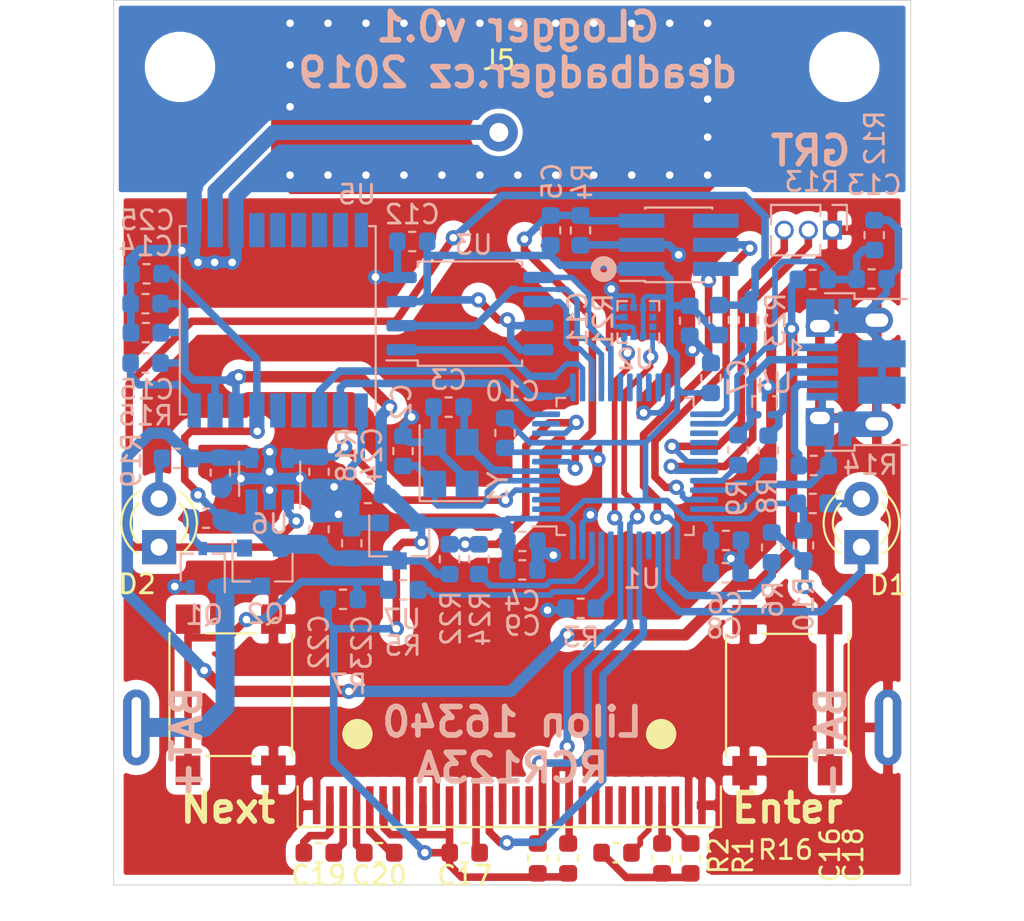
<source format=kicad_pcb>
(kicad_pcb (version 20171130) (host pcbnew 5.1.4)
  (title_block (title Glogger) (rev 0.1) (company Kajus))
  (layers (0 F.Cu signal) (31 B.Cu signal) (34 B.Paste user) (35 F.Paste user) (36 B.SilkS user) (37 F.SilkS user) (38 B.Mask user) (39 F.Mask user) (44 Edge.Cuts user))
  (net 0 "")
  (net 1 +3V3)
  (net 2 GND)
  (net 3 "Net-(C2-Pad1)")
  (net 4 "Net-(C3-Pad1)")
  (net 5 /RST)
  (net 6 /USB_CON)
  (net 7 "Net-(C16-Pad1)")
  (net 8 "Net-(C18-Pad1)")
  (net 9 "Net-(C19-Pad1)")
  (net 10 "Net-(C19-Pad2)")
  (net 11 "Net-(C20-Pad2)")
  (net 12 "Net-(C20-Pad1)")
  (net 13 +5V)
  (net 14 VCC)
  (net 15 "Net-(D1-Pad2)")
  (net 16 /LED_STATUS)
  (net 17 "Net-(D2-Pad1)")
  (net 18 "Net-(D2-Pad2)")
  (net 19 /Battery/V_BAT)
  (net 20 /SWCLK)
  (net 21 /SWDIO)
  (net 22 /DEBUG_RX)
  (net 23 /DEBUG_TX)
  (net 24 "Net-(J4-Pad2)")
  (net 25 "Net-(J4-Pad3)")
  (net 26 "Net-(J4-Pad4)")
  (net 27 "Net-(J5-Pad1)")
  (net 28 /LCD_RES)
  (net 29 /SCK)
  (net 30 /SDA)
  (net 31 "Net-(J6-Pad26)")
  (net 32 "Net-(Q1-Pad3)")
  (net 33 /SCL)
  (net 34 "Net-(R5-Pad1)")
  (net 35 /SW_NEXT)
  (net 36 /SW_ENTER)
  (net 37 "Net-(R10-Pad2)")
  (net 38 /USB_DP)
  (net 39 /USB_DM)
  (net 40 "Net-(R15-Pad1)")
  (net 41 /CHRG_DISABLE)
  (net 42 /VOLTAGE)
  (net 43 /CHARGING)
  (net 44 /~MEAS_EN)
  (net 45 /GPS_TX)
  (net 46 /GPS_RX)
  (net 47 /FLASH_CS)
  (net 48 /MISO)
  (net 49 /MOSI)
  (net 50 "Net-(R3-Pad1)")
  (module Connector_Wire:SolderWirePad_1x01_Drill0.8mm (layer F.Cu) (at 91.5 92.3 270)
    (fp_text reference J7 hide)
    (fp_text value BAT-)
    (pad 1 thru_hole oval (at 0 0 270) (size 4 1.4) (drill oval 3.2 0.5) (layers *.Cu *.Mask) (net 2 GND))
  )
  (module Connector_Wire:SolderWirePad_1x01_Drill0.8mm (layer F.Cu) (at 51.9 92.3 90)
    (fp_text reference J1 hide)
    (fp_text value BAT+)
    (pad 1 thru_hole oval (at 0 0 90) (size 4 1.4) (drill oval 3.2 0.5) (layers *.Cu *.Mask) (net 19 /Battery/V_BAT))
  )
  (module MountingHole:MountingHole_3.2mm_M3 (layer F.Cu) (at 54.2 57.5)
    (fp_text reference REF** hide)
    (fp_text value MountingHole_3.2mm_M3)
    (pad 1 np_thru_hole circle (at 0 0) (size 3.2 3.2) (drill 3.2) (layers *.Cu *.Mask))
  )
  (module MountingHole:MountingHole_3.2mm_M3 (layer F.Cu) (at 89.2 57.5)
    (fp_text reference REF** hide)
    (fp_text value MountingHole_3.2mm_M3)
    (pad 1 np_thru_hole circle (at 0 0) (size 3.2 3.2) (drill 3.2) (layers *.Cu *.Mask))
  )
  (module Resistor_SMD:R_0603_1608Metric (layer B.Cu) (at 69.95 83.4375 270)
    (fp_text reference R24 (at 3.1375 -0.075 90) (layer B.SilkS) (effects (justify mirror)))
    (fp_text value 10k)
    (pad 2 smd roundrect (at 0.7875 0 270) (size 0.875 0.95) (layers B.Cu B.Paste B.Mask) (net 44 /~MEAS_EN))
    (pad 1 smd roundrect (at -0.7875 0 270) (size 0.875 0.95) (layers B.Cu B.Paste B.Mask) (net 42 /VOLTAGE))
  )
  (module Resistor_SMD:R_0603_1608Metric (layer B.Cu) (at 68.4 83.4375 90)
    (fp_text reference R22 (at -3.1125 0.075 90) (layer B.SilkS) (effects (justify mirror)))
    (fp_text value 10k)
    (pad 1 smd roundrect (at -0.7875 0 90) (size 0.875 0.95) (layers B.Cu B.Paste B.Mask) (net 14 VCC))
    (pad 2 smd roundrect (at 0.7875 0 90) (size 0.875 0.95) (layers B.Cu B.Paste B.Mask) (net 42 /VOLTAGE))
  )
  (module Resistor_SMD:R_0603_1608Metric (layer B.Cu) (at 75.3125 86.025 180)
    (fp_text reference R3 (at -0.0125 -1.525) (layer B.SilkS) (effects (justify mirror)))
    (fp_text value 10k)
    (pad 1 smd roundrect (at -0.7875 0 180) (size 0.875 0.95) (layers B.Cu B.Paste B.Mask) (net 50 "Net-(R3-Pad1)"))
    (pad 2 smd roundrect (at 0.7875 0 180) (size 0.875 0.95) (layers B.Cu B.Paste B.Mask) (net 2 GND))
  )
  (module Capacitor_SMD:C_0603_1608Metric (layer B.Cu) (at 63.25 82.6 90)
    (fp_text reference C23 (at -5.225 0.525 90) (layer B.SilkS) (effects (justify mirror)))
    (fp_text value 1u)
    (pad 2 smd roundrect (at 0.7875 0 90) (size 0.875 0.95) (layers B.Cu B.Paste B.Mask) (net 2 GND))
    (pad 1 smd roundrect (at -0.7875 0 90) (size 0.875 0.95) (layers B.Cu B.Paste B.Mask) (net 14 VCC))
  )
  (module Connector_PinSocket_1.27mm:PinSocket_1x03_P1.27mm_Vertical (layer B.Cu) (at 88.575 66.1 90)
    (fp_text reference J3 hide)
    (fp_text value DEBUG)
    (pad 3 thru_hole oval (at 0 -2.54 90) (size 1 1) (drill 0.7) (layers *.Cu *.Mask) (net 23 /DEBUG_TX))
    (pad 2 thru_hole oval (at 0 -1.27 90) (size 1 1) (drill 0.7) (layers *.Cu *.Mask) (net 22 /DEBUG_RX))
    (pad 1 thru_hole rect (at 0 0 90) (size 1 1) (drill 0.7) (layers *.Cu *.Mask) (net 2 GND))
  )
  (module Connector_PinHeader_1.27mm:PinHeader_2x03_P1.27mm_Vertical_SMD (layer B.Cu) (at 80.475 66.875)
    (fp_text reference J2 hide)
    (fp_text value SWO)
    (pad 6 smd rect (at 1.95 -1.27) (size 2.4 0.74) (layers B.Cu B.Paste B.Mask))
    (pad 5 smd rect (at -1.95 -1.27) (size 2.4 0.74) (layers B.Cu B.Paste B.Mask) (net 5 /RST))
    (pad 4 smd rect (at 1.95 0) (size 2.4 0.74) (layers B.Cu B.Paste B.Mask) (net 21 /SWDIO))
    (pad 3 smd rect (at -1.95 0) (size 2.4 0.74) (layers B.Cu B.Paste B.Mask) (net 2 GND))
    (pad 2 smd rect (at 1.95 1.27) (size 2.4 0.74) (layers B.Cu B.Paste B.Mask) (net 20 /SWCLK))
    (pad 1 smd rect (at -1.95 1.27) (size 2.4 0.74) (layers B.Cu B.Paste B.Mask) (net 1 +3V3))
  )
  (module Capacitor_SMD:C_0603_1608Metric (layer B.Cu) (at 65.95 77.7375 90)
    (fp_text reference C2 (at 2.5875 -0.075 270) (layer B.SilkS) (effects (justify mirror)))
    (fp_text value C)
    (pad 1 smd roundrect (at -0.7875 0 90) (size 0.875 0.95) (layers B.Cu B.Paste B.Mask) (net 3 "Net-(C2-Pad1)"))
    (pad 2 smd roundrect (at 0.7875 0 90) (size 0.875 0.95) (layers B.Cu B.Paste B.Mask) (net 2 GND))
  )
  (module Capacitor_SMD:C_0603_1608Metric (layer B.Cu) (at 68.35 75.425 180)
    (fp_text reference C3 (at 0 1.43) (layer B.SilkS) (effects (justify mirror)))
    (fp_text value C)
    (pad 2 smd roundrect (at 0.7875 0 180) (size 0.875 0.95) (layers B.Cu B.Paste B.Mask) (net 2 GND))
    (pad 1 smd roundrect (at -0.7875 0 180) (size 0.875 0.95) (layers B.Cu B.Paste B.Mask) (net 4 "Net-(C3-Pad1)"))
  )
  (module Capacitor_SMD:C_0603_1608Metric (layer B.Cu) (at 72.2375 82.5)
    (fp_text reference C4 (at -0.0125 3.15 180) (layer B.SilkS) (effects (justify mirror)))
    (fp_text value 100n)
    (pad 2 smd roundrect (at 0.7875 0) (size 0.875 0.95) (layers B.Cu B.Paste B.Mask) (net 2 GND))
    (pad 1 smd roundrect (at -0.7875 0) (size 0.875 0.95) (layers B.Cu B.Paste B.Mask) (net 1 +3V3))
  )
  (module Capacitor_SMD:C_0603_1608Metric (layer B.Cu) (at 75.3 66.1125 270)
    (fp_text reference C5 (at -2.5875 1.5 90) (layer B.SilkS) (effects (justify mirror)))
    (fp_text value 100n)
    (pad 1 smd roundrect (at -0.7875 0 270) (size 0.875 0.95) (layers B.Cu B.Paste B.Mask) (net 5 /RST))
    (pad 2 smd roundrect (at 0.7875 0 270) (size 0.875 0.95) (layers B.Cu B.Paste B.Mask) (net 2 GND))
  )
  (module Capacitor_SMD:C_0603_1608Metric (layer B.Cu) (at 82.9625 82.45)
    (fp_text reference C6 (at -0.0375 3.325 180) (layer B.SilkS) (effects (justify mirror)))
    (fp_text value 100n)
    (pad 1 smd roundrect (at -0.7875 0) (size 0.875 0.95) (layers B.Cu B.Paste B.Mask) (net 1 +3V3))
    (pad 2 smd roundrect (at 0.7875 0) (size 0.875 0.95) (layers B.Cu B.Paste B.Mask) (net 2 GND))
  )
  (module Capacitor_SMD:C_0603_1608Metric (layer B.Cu) (at 82.175 73.8875 90)
    (fp_text reference C7 (at 0.0375 1.425 270) (layer B.SilkS) (effects (justify mirror)))
    (fp_text value 100n)
    (pad 2 smd roundrect (at 0.7875 0 90) (size 0.875 0.95) (layers B.Cu B.Paste B.Mask) (net 2 GND))
    (pad 1 smd roundrect (at -0.7875 0 90) (size 0.875 0.95) (layers B.Cu B.Paste B.Mask) (net 1 +3V3))
  )
  (module Capacitor_SMD:C_0603_1608Metric (layer B.Cu) (at 82.95 84.15)
    (fp_text reference C8 (at -0.075 2.95 180) (layer B.SilkS) (effects (justify mirror)))
    (fp_text value 1u)
    (pad 1 smd roundrect (at -0.7875 0) (size 0.875 0.95) (layers B.Cu B.Paste B.Mask) (net 1 +3V3))
    (pad 2 smd roundrect (at 0.7875 0) (size 0.875 0.95) (layers B.Cu B.Paste B.Mask) (net 2 GND))
  )
  (module Capacitor_SMD:C_0603_1608Metric (layer B.Cu) (at 72.2375 84)
    (fp_text reference C9 (at 0.0125 2.95 180) (layer B.SilkS) (effects (justify mirror)))
    (fp_text value 1u)
    (pad 2 smd roundrect (at 0.7875 0) (size 0.875 0.95) (layers B.Cu B.Paste B.Mask) (net 2 GND))
    (pad 1 smd roundrect (at -0.7875 0) (size 0.875 0.95) (layers B.Cu B.Paste B.Mask) (net 1 +3V3))
  )
  (module Capacitor_SMD:C_0603_1608Metric (layer B.Cu) (at 71.325 76.7875 270)
    (fp_text reference C10 (at -2.1875 -0.4 180) (layer B.SilkS) (effects (justify mirror)))
    (fp_text value 100n)
    (pad 1 smd roundrect (at -0.7875 0 270) (size 0.875 0.95) (layers B.Cu B.Paste B.Mask) (net 1 +3V3))
    (pad 2 smd roundrect (at 0.7875 0 270) (size 0.875 0.95) (layers B.Cu B.Paste B.Mask) (net 2 GND))
  )
  (module Capacitor_SMD:C_0603_1608Metric (layer B.Cu) (at 81.05 70.875 270)
    (fp_text reference C11 (at -0.1 5.9 270) (layer B.SilkS) (effects (justify mirror)))
    (fp_text value 100n)
    (pad 2 smd roundrect (at 0.7875 0 270) (size 0.875 0.95) (layers B.Cu B.Paste B.Mask) (net 2 GND))
    (pad 1 smd roundrect (at -0.7875 0 270) (size 0.875 0.95) (layers B.Cu B.Paste B.Mask) (net 1 +3V3))
  )
  (module Capacitor_SMD:C_0603_1608Metric (layer B.Cu) (at 66.4375 66.7 180)
    (fp_text reference C12 (at 0 1.43) (layer B.SilkS) (effects (justify mirror)))
    (fp_text value 100n)
    (pad 2 smd roundrect (at 0.7875 0 180) (size 0.875 0.95) (layers B.Cu B.Paste B.Mask) (net 2 GND))
    (pad 1 smd roundrect (at -0.7875 0 180) (size 0.875 0.95) (layers B.Cu B.Paste B.Mask) (net 1 +3V3))
  )
  (module Capacitor_SMD:C_0603_1608Metric (layer B.Cu) (at 90.6375 68.675)
    (fp_text reference C13 (at 0.1375 -4.95 180) (layer B.SilkS) (effects (justify mirror)))
    (fp_text value 100n)
    (pad 1 smd roundrect (at -0.7875 0) (size 0.875 0.95) (layers B.Cu B.Paste B.Mask) (net 6 /USB_CON))
    (pad 2 smd roundrect (at 0.7875 0) (size 0.875 0.95) (layers B.Cu B.Paste B.Mask) (net 2 GND))
  )
  (module Capacitor_SMD:C_0603_1608Metric (layer B.Cu) (at 52.3875 69.975 180)
    (fp_text reference C14 (at -0.0125 3.025) (layer B.SilkS) (effects (justify mirror)))
    (fp_text value 1u)
    (pad 1 smd roundrect (at -0.7875 0 180) (size 0.875 0.95) (layers B.Cu B.Paste B.Mask) (net 1 +3V3))
    (pad 2 smd roundrect (at 0.7875 0 180) (size 0.875 0.95) (layers B.Cu B.Paste B.Mask) (net 2 GND))
  )
  (module Capacitor_SMD:C_0603_1608Metric (layer B.Cu) (at 52.4 71.5 180)
    (fp_text reference C15 (at -0.05 -3) (layer B.SilkS) (effects (justify mirror)))
    (fp_text value 100n)
    (pad 2 smd roundrect (at 0.7875 0 180) (size 0.875 0.95) (layers B.Cu B.Paste B.Mask) (net 2 GND))
    (pad 1 smd roundrect (at -0.7875 0 180) (size 0.875 0.95) (layers B.Cu B.Paste B.Mask) (net 1 +3V3))
  )
  (module Capacitor_SMD:C_0603_1608Metric (layer F.Cu) (at 79.6 99.2 270)
    (fp_text reference C16 (at -0.1875 -8.85 90) (layer F.SilkS))
    (fp_text value "2u2 16V")
    (pad 2 smd roundrect (at 0.7875 0 270) (size 0.875 0.95) (layers F.Cu F.Paste F.Mask) (net 2 GND))
    (pad 1 smd roundrect (at -0.7875 0 270) (size 0.875 0.95) (layers F.Cu F.Paste F.Mask) (net 7 "Net-(C16-Pad1)"))
  )
  (module Capacitor_SMD:C_0603_1608Metric (layer F.Cu) (at 69.2 98.9)
    (fp_text reference C17 (at 0 1.2) (layer F.SilkS))
    (fp_text value 10u)
    (pad 1 smd roundrect (at -0.7875 0) (size 0.875 0.95) (layers F.Cu F.Paste F.Mask) (net 1 +3V3))
    (pad 2 smd roundrect (at 0.7875 0) (size 0.875 0.95) (layers F.Cu F.Paste F.Mask) (net 2 GND))
  )
  (module Capacitor_SMD:C_0603_1608Metric (layer F.Cu) (at 81.1 99.2 270)
    (fp_text reference C18 (at -0.1875 -8.575 90) (layer F.SilkS))
    (fp_text value 10u)
    (pad 1 smd roundrect (at -0.7875 0 270) (size 0.875 0.95) (layers F.Cu F.Paste F.Mask) (net 8 "Net-(C18-Pad1)"))
    (pad 2 smd roundrect (at 0.7875 0 270) (size 0.875 0.95) (layers F.Cu F.Paste F.Mask) (net 2 GND))
  )
  (module Capacitor_SMD:C_0603_1608Metric (layer F.Cu) (at 61.5125 98.9 180)
    (fp_text reference C19 (at 0.0125 -1.2) (layer F.SilkS))
    (fp_text value 2u2)
    (pad 1 smd roundrect (at -0.7875 0 180) (size 0.875 0.95) (layers F.Cu F.Paste F.Mask) (net 9 "Net-(C19-Pad1)"))
    (pad 2 smd roundrect (at 0.7875 0 180) (size 0.875 0.95) (layers F.Cu F.Paste F.Mask) (net 10 "Net-(C19-Pad2)"))
  )
  (module Capacitor_SMD:C_0603_1608Metric (layer F.Cu) (at 64.7 98.9 180)
    (fp_text reference C20 (at 0 -1.2) (layer F.SilkS))
    (fp_text value 2u2)
    (pad 2 smd roundrect (at 0.7875 0 180) (size 0.875 0.95) (layers F.Cu F.Paste F.Mask) (net 11 "Net-(C20-Pad2)"))
    (pad 1 smd roundrect (at -0.7875 0 180) (size 0.875 0.95) (layers F.Cu F.Paste F.Mask) (net 12 "Net-(C20-Pad1)"))
  )
  (module Capacitor_SMD:C_0603_1608Metric (layer B.Cu) (at 56.325 78.875 270)
    (fp_text reference C21 hide)
    (fp_text value 4u7)
    (pad 2 smd roundrect (at 0.7875 0 270) (size 0.875 0.95) (layers B.Cu B.Paste B.Mask) (net 2 GND))
    (pad 1 smd roundrect (at -0.7875 0 270) (size 0.875 0.95) (layers B.Cu B.Paste B.Mask) (net 13 +5V))
  )
  (module Capacitor_SMD:C_0603_1608Metric (layer B.Cu) (at 61.525 81.8625 90)
    (fp_text reference C22 (at -5.9375 0 90) (layer B.SilkS) (effects (justify mirror)))
    (fp_text value 4u7)
    (pad 2 smd roundrect (at 0.7875 0 90) (size 0.875 0.95) (layers B.Cu B.Paste B.Mask) (net 2 GND))
    (pad 1 smd roundrect (at -0.7875 0 90) (size 0.875 0.95) (layers B.Cu B.Paste B.Mask) (net 14 VCC))
  )
  (module Capacitor_SMD:C_0603_1608Metric (layer B.Cu) (at 64.1 79.975 180)
    (fp_text reference C24 (at -0.225 2.05 270) (layer B.SilkS) (effects (justify mirror)))
    (fp_text value 1u)
    (pad 2 smd roundrect (at 0.7875 0 180) (size 0.875 0.95) (layers B.Cu B.Paste B.Mask) (net 2 GND))
    (pad 1 smd roundrect (at -0.7875 0 180) (size 0.875 0.95) (layers B.Cu B.Paste B.Mask) (net 1 +3V3))
  )
  (module Capacitor_SMD:C_0603_1608Metric (layer B.Cu) (at 52.4375 68.4)
    (fp_text reference C25 (at 0.0375 -2.825) (layer B.SilkS) (effects (justify mirror)))
    (fp_text value 100n)
    (pad 1 smd roundrect (at -0.7875 0) (size 0.875 0.95) (layers B.Cu B.Paste B.Mask) (net 2 GND))
    (pad 2 smd roundrect (at 0.7875 0) (size 0.875 0.95) (layers B.Cu B.Paste B.Mask) (net 14 VCC))
  )
  (module LED_THT:LED_D3.0mm (layer F.Cu) (at 90.1 82.8 90)
    (fp_text reference D1 (at -2 1.425 180) (layer F.SilkS))
    (fp_text value STATUS)
    (pad 2 thru_hole circle (at 2.54 0 90) (size 1.8 1.8) (drill 0.9) (layers *.Cu *.Mask) (net 15 "Net-(D1-Pad2)"))
    (pad 1 thru_hole rect (at 0 0 90) (size 1.8 1.8) (drill 0.9) (layers *.Cu *.Mask) (net 16 /LED_STATUS))
  )
  (module LED_THT:LED_D3.0mm (layer F.Cu) (at 53.1 82.8 90)
    (fp_text reference D2 (at -1.95 -1.15 180) (layer F.SilkS))
    (fp_text value Charging)
    (pad 1 thru_hole rect (at 0 0 90) (size 1.8 1.8) (drill 0.9) (layers *.Cu *.Mask) (net 17 "Net-(D2-Pad1)"))
    (pad 2 thru_hole circle (at 2.54 0 90) (size 1.8 1.8) (drill 0.9) (layers *.Cu *.Mask) (net 18 "Net-(D2-Pad2)"))
  )
  (module Connector_USB:USB_Micro-B_Amphenol_10103594-0001LF_Horizontal (layer B.Cu) (at 89.8 73.6 270)
    (fp_text reference J4 hide)
    (fp_text value USB_B_Micro)
    (pad 6 smd rect (at 0.935 -1.385 180) (size 2.5 1.43) (layers B.Cu B.Paste B.Mask) (net 2 GND))
    (pad 6 smd rect (at -0.985 -1.385 180) (size 2.5 1.43) (layers B.Cu B.Paste B.Mask) (net 2 GND))
    (pad 6 thru_hole oval (at 2.705 -1.115 180) (size 1.7 1.35) (drill oval 1.2 0.7) (layers *.Cu *.Mask) (net 2 GND))
    (pad 6 thru_hole oval (at -2.755 -1.115 180) (size 1.7 1.35) (drill oval 1.2 0.7) (layers *.Cu *.Mask) (net 2 GND))
    (pad 6 thru_hole oval (at 2.395 1.885 180) (size 1.5 1.1) (drill oval 1.05 0.65) (layers *.Cu *.Mask) (net 2 GND))
    (pad 6 thru_hole oval (at -2.445 1.885 180) (size 1.5 1.1) (drill oval 1.05 0.65) (layers *.Cu *.Mask) (net 2 GND))
    (pad 5 smd rect (at 1.275 1.765 180) (size 1.65 0.4) (layers B.Cu B.Paste B.Mask) (net 2 GND))
    (pad 4 smd rect (at 0.625 1.765 180) (size 1.65 0.4) (layers B.Cu B.Paste B.Mask) (net 26 "Net-(J4-Pad4)"))
    (pad 3 smd rect (at -0.025 1.765 180) (size 1.65 0.4) (layers B.Cu B.Paste B.Mask) (net 25 "Net-(J4-Pad3)"))
    (pad 2 smd rect (at -0.675 1.765 180) (size 1.65 0.4) (layers B.Cu B.Paste B.Mask) (net 24 "Net-(J4-Pad2)"))
    (pad 1 smd rect (at -1.325 1.765 180) (size 1.65 0.4) (layers B.Cu B.Paste B.Mask) (net 13 +5V))
    (pad 6 smd rect (at 2.875 1.885 270) (size 2 1.5) (layers B.Cu B.Paste B.Mask) (net 2 GND))
    (pad 6 smd rect (at -2.875 1.865 270) (size 2 1.5) (layers B.Cu B.Paste B.Mask) (net 2 GND))
    (pad 6 smd rect (at 2.975 0.565 270) (size 1.825 0.7) (layers B.Cu B.Paste B.Mask) (net 2 GND))
    (pad 6 smd rect (at -2.975 0.565 270) (size 1.825 0.7) (layers B.Cu B.Paste B.Mask) (net 2 GND))
    (pad 6 smd rect (at -2.755 -0.185 270) (size 1.35 2) (layers B.Cu B.Paste B.Mask) (net 2 GND))
    (pad 6 smd rect (at 2.725 -0.185 270) (size 1.35 2) (layers B.Cu B.Paste B.Mask) (net 2 GND))
  )
  (module Connector_Wire:SolderWirePad_1x01_Drill1.2mm (layer F.Cu) (at 71 60.95)
    (fp_text reference J5 (at 0 -3.81) (layer F.SilkS))
    (fp_text value ANT1575-2006B)
    (pad 1 thru_hole circle (at 0 0) (size 2 2) (drill 1) (layers *.Cu *.Mask) (net 27 "Net-(J5-Pad1)"))
  )
  (module Display:OLED-128O064D (layer F.Cu) (at 61.4 96.4)
    (fp_text reference J6 hide)
    (fp_text value OLED-128O064D)
    (pad 30 smd rect (at 20.3 0) (size 0.4 2) (layers F.Cu F.Paste F.Mask) (net 2 GND))
    (pad 29 smd rect (at 19.6 0) (size 0.4 2) (layers F.Cu F.Paste F.Mask) (net 2 GND))
    (pad 28 smd rect (at 18.9 0) (size 0.4 2) (layers F.Cu F.Paste F.Mask) (net 8 "Net-(C18-Pad1)"))
    (pad 27 smd rect (at 18.2 0) (size 0.4 2) (layers F.Cu F.Paste F.Mask) (net 7 "Net-(C16-Pad1)"))
    (pad 26 smd rect (at 17.5 0) (size 0.4 2) (layers F.Cu F.Paste F.Mask) (net 31 "Net-(J6-Pad26)"))
    (pad 25 smd rect (at 16.8 0) (size 0.4 2) (layers F.Cu F.Paste F.Mask))
    (pad 24 smd rect (at 16.1 0) (size 0.4 2) (layers F.Cu F.Paste F.Mask))
    (pad 23 smd rect (at 15.4 0) (size 0.4 2) (layers F.Cu F.Paste F.Mask))
    (pad 22 smd rect (at 14.7 0) (size 0.4 2) (layers F.Cu F.Paste F.Mask))
    (pad 21 smd rect (at 14 0) (size 0.4 2) (layers F.Cu F.Paste F.Mask))
    (pad 20 smd rect (at 13.3 0) (size 0.4 2) (layers F.Cu F.Paste F.Mask) (net 30 /SDA))
    (pad 19 smd rect (at 12.6 0) (size 0.4 2) (layers F.Cu F.Paste F.Mask) (net 30 /SDA))
    (pad 18 smd rect (at 11.9 0) (size 0.4 2) (layers F.Cu F.Paste F.Mask) (net 33 /SCL))
    (pad 17 smd rect (at 11.2 0) (size 0.4 2) (layers F.Cu F.Paste F.Mask))
    (pad 16 smd rect (at 10.5 0) (size 0.4 2) (layers F.Cu F.Paste F.Mask))
    (pad 15 smd rect (at 9.8 0) (size 0.4 2) (layers F.Cu F.Paste F.Mask) (net 2 GND))
    (pad 14 smd rect (at 9.1 0) (size 0.4 2) (layers F.Cu F.Paste F.Mask) (net 28 /LCD_RES))
    (pad 13 smd rect (at 8.4 0) (size 0.4 2) (layers F.Cu F.Paste F.Mask) (net 2 GND))
    (pad 12 smd rect (at 7.7 0) (size 0.4 2) (layers F.Cu F.Paste F.Mask) (net 2 GND))
    (pad 11 smd rect (at 7 0) (size 0.4 2) (layers F.Cu F.Paste F.Mask) (net 1 +3V3))
    (pad 10 smd rect (at 6.3 0) (size 0.4 2) (layers F.Cu F.Paste F.Mask) (net 2 GND))
    (pad 9 smd rect (at 5.6 0) (size 0.4 2) (layers F.Cu F.Paste F.Mask) (net 1 +3V3))
    (pad 8 smd rect (at 4.9 0) (size 0.4 2) (layers F.Cu F.Paste F.Mask) (net 2 GND))
    (pad 7 smd rect (at 4.2 0) (size 0.4 2) (layers F.Cu F.Paste F.Mask))
    (pad 6 smd rect (at 3.5 0) (size 0.4 2) (layers F.Cu F.Paste F.Mask) (net 1 +3V3))
    (pad 5 smd rect (at 2.8 0) (size 0.4 2) (layers F.Cu F.Paste F.Mask) (net 12 "Net-(C20-Pad1)"))
    (pad 4 smd rect (at 2.1 0) (size 0.4 2) (layers F.Cu F.Paste F.Mask) (net 11 "Net-(C20-Pad2)"))
    (pad 3 smd rect (at 1.4 0) (size 0.4 2) (layers F.Cu F.Paste F.Mask) (net 9 "Net-(C19-Pad1)"))
    (pad 2 smd rect (at 0.7 0) (size 0.4 2) (layers F.Cu F.Paste F.Mask) (net 10 "Net-(C19-Pad2)"))
    (pad 1 smd rect (at 0 0) (size 0.4 2) (layers F.Cu F.Paste F.Mask) (net 2 GND))
  )
  (module Package_TO_SOT_SMD:SOT-323_SC-70 (layer B.Cu) (at 55.4 83.875 90)
    (fp_text reference Q1 (at -2.5 0.075 180) (layer B.SilkS) (effects (justify mirror)))
    (fp_text value DMG1012UW)
    (pad 1 smd rect (at -1 0.65 180) (size 0.45 0.7) (layers B.Cu B.Paste B.Mask) (net 19 /Battery/V_BAT))
    (pad 2 smd rect (at -1 -0.65 180) (size 0.45 0.7) (layers B.Cu B.Paste B.Mask) (net 2 GND))
    (pad 3 smd rect (at 1 0 180) (size 0.45 0.7) (layers B.Cu B.Paste B.Mask) (net 32 "Net-(Q1-Pad3)"))
  )
  (module Package_TO_SOT_SMD:SOT-23 (layer B.Cu) (at 58.55 83.85 270)
    (fp_text reference Q2 (at 2.475 -0.15 180) (layer B.SilkS) (effects (justify mirror)))
    (fp_text value DMG2307L)
    (pad 1 smd rect (at -1 0.95 270) (size 0.9 0.8) (layers B.Cu B.Paste B.Mask) (net 32 "Net-(Q1-Pad3)"))
    (pad 2 smd rect (at -1 -0.95 270) (size 0.9 0.8) (layers B.Cu B.Paste B.Mask) (net 14 VCC))
    (pad 3 smd rect (at 1 0 270) (size 0.9 0.8) (layers B.Cu B.Paste B.Mask) (net 19 /Battery/V_BAT))
  )
  (module Resistor_SMD:R_0603_1608Metric (layer F.Cu) (at 74.65 99.2 90)
    (fp_text reference R1 (at 0.1375 9.225 270) (layer F.SilkS))
    (fp_text value 4k7)
    (pad 1 smd roundrect (at -0.7875 0 90) (size 0.875 0.95) (layers F.Cu F.Paste F.Mask) (net 1 +3V3))
    (pad 2 smd roundrect (at 0.7875 0 90) (size 0.875 0.95) (layers F.Cu F.Paste F.Mask) (net 30 /SDA))
  )
  (module Resistor_SMD:R_0603_1608Metric (layer F.Cu) (at 73.05 99.2 90)
    (fp_text reference R2 (at 0.15 9.525 90) (layer F.SilkS))
    (fp_text value 4k7)
    (pad 2 smd roundrect (at 0.7875 0 90) (size 0.875 0.95) (layers F.Cu F.Paste F.Mask) (net 33 /SCL))
    (pad 1 smd roundrect (at -0.7875 0 90) (size 0.875 0.95) (layers F.Cu F.Paste F.Mask) (net 1 +3V3))
  )
  (module Resistor_SMD:R_0603_1608Metric (layer B.Cu) (at 73.725 66.1125 270)
    (fp_text reference R4 (at -2.5625 -1.675 90) (layer B.SilkS) (effects (justify mirror)))
    (fp_text value 10k)
    (pad 2 smd roundrect (at 0.7875 0 270) (size 0.875 0.95) (layers B.Cu B.Paste B.Mask) (net 1 +3V3))
    (pad 1 smd roundrect (at -0.7875 0 270) (size 0.875 0.95) (layers B.Cu B.Paste B.Mask) (net 5 /RST))
  )
  (module Resistor_SMD:R_0603_1608Metric (layer B.Cu) (at 65.9625 85.05)
    (fp_text reference R5 (at -0.0125 2.95) (layer B.SilkS) (effects (justify mirror)))
    (fp_text value 10k)
    (pad 1 smd roundrect (at -0.7875 0) (size 0.875 0.95) (layers B.Cu B.Paste B.Mask) (net 34 "Net-(R5-Pad1)"))
    (pad 2 smd roundrect (at 0.7875 0) (size 0.875 0.95) (layers B.Cu B.Paste B.Mask) (net 35 /SW_NEXT))
  )
  (module Resistor_SMD:R_0603_1608Metric (layer B.Cu) (at 85.375 82.8125 270)
    (fp_text reference R6 (at 2.7375 -0.075 90) (layer B.SilkS) (effects (justify mirror)))
    (fp_text value 10k)
    (pad 2 smd roundrect (at 0.7875 0 270) (size 0.875 0.95) (layers B.Cu B.Paste B.Mask) (net 36 /SW_ENTER))
    (pad 1 smd roundrect (at -0.7875 0 270) (size 0.875 0.95) (layers B.Cu B.Paste B.Mask) (net 37 "Net-(R10-Pad2)"))
  )
  (module Resistor_SMD:R_0603_1608Metric (layer B.Cu) (at 62.7875 85.55)
    (fp_text reference R7 (at 0.2875 4.475) (layer B.SilkS) (effects (justify mirror)))
    (fp_text value 10k)
    (pad 2 smd roundrect (at 0.7875 0) (size 0.875 0.95) (layers B.Cu B.Paste B.Mask) (net 34 "Net-(R5-Pad1)"))
    (pad 1 smd roundrect (at -0.7875 0) (size 0.875 0.95) (layers B.Cu B.Paste B.Mask) (net 1 +3V3))
  )
  (module Resistor_SMD:R_0603_1608Metric (layer B.Cu) (at 85.2 77.7125 270)
    (fp_text reference R8 (at 2.3875 0.05 270) (layer B.SilkS) (effects (justify mirror)))
    (fp_text value 22R)
    (pad 2 smd roundrect (at 0.7875 0 270) (size 0.875 0.95) (layers B.Cu B.Paste B.Mask) (net 38 /USB_DP))
    (pad 1 smd roundrect (at -0.7875 0 270) (size 0.875 0.95) (layers B.Cu B.Paste B.Mask) (net 25 "Net-(J4-Pad3)"))
  )
  (module Resistor_SMD:R_0603_1608Metric (layer B.Cu) (at 83.6 77.6875 270)
    (fp_text reference R9 (at 2.5125 0.05 270) (layer B.SilkS) (effects (justify mirror)))
    (fp_text value 22R)
    (pad 1 smd roundrect (at -0.7875 0 270) (size 0.875 0.95) (layers B.Cu B.Paste B.Mask) (net 24 "Net-(J4-Pad2)"))
    (pad 2 smd roundrect (at 0.7875 0 270) (size 0.875 0.95) (layers B.Cu B.Paste B.Mask) (net 39 /USB_DM))
  )
  (module Resistor_SMD:R_0603_1608Metric (layer B.Cu) (at 87.05 82.7125 270)
    (fp_text reference R10 (at 3.0875 -0.025 90) (layer B.SilkS) (effects (justify mirror)))
    (fp_text value 10k)
    (pad 1 smd roundrect (at -0.7875 0 270) (size 0.875 0.95) (layers B.Cu B.Paste B.Mask) (net 1 +3V3))
    (pad 2 smd roundrect (at 0.7875 0 270) (size 0.875 0.95) (layers B.Cu B.Paste B.Mask) (net 37 "Net-(R10-Pad2)"))
  )
  (module Resistor_SMD:R_0603_1608Metric (layer B.Cu) (at 87.5375 80.5 180)
    (fp_text reference R11 hide)
    (fp_text value 220)
    (pad 1 smd roundrect (at -0.7875 0 180) (size 0.875 0.95) (layers B.Cu B.Paste B.Mask) (net 15 "Net-(D1-Pad2)"))
    (pad 2 smd roundrect (at 0.7875 0 180) (size 0.875 0.95) (layers B.Cu B.Paste B.Mask) (net 1 +3V3))
  )
  (module Resistor_SMD:R_0603_1608Metric (layer B.Cu) (at 90.775 66.3625 90)
    (fp_text reference R12 (at 5.1125 0.025 270) (layer B.SilkS) (effects (justify mirror)))
    (fp_text value 10k)
    (pad 2 smd roundrect (at 0.7875 0 90) (size 0.875 0.95) (layers B.Cu B.Paste B.Mask) (net 2 GND))
    (pad 1 smd roundrect (at -0.7875 0 90) (size 0.875 0.95) (layers B.Cu B.Paste B.Mask) (net 6 /USB_CON))
  )
  (module Resistor_SMD:R_0603_1608Metric (layer B.Cu) (at 87.5375 68.7)
    (fp_text reference R13 (at -0.0375 -5.15 180) (layer B.SilkS) (effects (justify mirror)))
    (fp_text value 10k)
    (pad 2 smd roundrect (at 0.7875 0) (size 0.875 0.95) (layers B.Cu B.Paste B.Mask) (net 6 /USB_CON))
    (pad 1 smd roundrect (at -0.7875 0) (size 0.875 0.95) (layers B.Cu B.Paste B.Mask) (net 13 +5V))
  )
  (module Resistor_SMD:R_0603_1608Metric (layer B.Cu) (at 87.5875 78.5 180)
    (fp_text reference R14 (at -2.9875 0.025 180) (layer B.SilkS) (effects (justify mirror)))
    (fp_text value 100k)
    (pad 2 smd roundrect (at 0.7875 0 180) (size 0.875 0.95) (layers B.Cu B.Paste B.Mask) (net 26 "Net-(J4-Pad4)"))
    (pad 1 smd roundrect (at -0.7875 0 180) (size 0.875 0.95) (layers B.Cu B.Paste B.Mask) (net 2 GND))
  )
  (module Resistor_SMD:R_0603_1608Metric (layer B.Cu) (at 52.3875 73.1)
    (fp_text reference R15 (at 0 2.775) (layer B.SilkS) (effects (justify mirror)))
    (fp_text value 10k)
    (pad 2 smd roundrect (at 0.7875 0) (size 0.875 0.95) (layers B.Cu B.Paste B.Mask) (net 1 +3V3))
    (pad 1 smd roundrect (at -0.7875 0) (size 0.875 0.95) (layers B.Cu B.Paste B.Mask) (net 40 "Net-(R15-Pad1)"))
  )
  (module Resistor_SMD:R_0603_1608Metric (layer F.Cu) (at 77.2 98.9 180)
    (fp_text reference R16 (at -8.9 0.15) (layer F.SilkS))
    (fp_text value 910k)
    (pad 1 smd roundrect (at -0.7875 0 180) (size 0.875 0.95) (layers F.Cu F.Paste F.Mask) (net 31 "Net-(J6-Pad26)"))
    (pad 2 smd roundrect (at 0.7875 0 180) (size 0.875 0.95) (layers F.Cu F.Paste F.Mask) (net 2 GND))
  )
  (module Resistor_SMD:R_0603_1608Metric (layer B.Cu) (at 61.525 78.8375 270)
    (fp_text reference R18 (at -0.8875 -1.45 270) (layer B.SilkS) (effects (justify mirror)))
    (fp_text value 2k)
    (pad 1 smd roundrect (at -0.7875 0 270) (size 0.875 0.95) (layers B.Cu B.Paste B.Mask) (net 41 /CHRG_DISABLE))
    (pad 2 smd roundrect (at 0.7875 0 270) (size 0.875 0.95) (layers B.Cu B.Paste B.Mask) (net 2 GND))
  )
  (module Resistor_SMD:R_0603_1608Metric (layer B.Cu) (at 54.0375 78.125 180)
    (fp_text reference R19 (at 2.3875 -0.1 90) (layer B.SilkS) (effects (justify mirror)))
    (fp_text value 330)
    (pad 2 smd roundrect (at 0.7875 0 180) (size 0.875 0.95) (layers B.Cu B.Paste B.Mask) (net 18 "Net-(D2-Pad2)"))
    (pad 1 smd roundrect (at -0.7875 0 180) (size 0.875 0.95) (layers B.Cu B.Paste B.Mask) (net 13 +5V))
  )
  (module Resistor_SMD:R_0603_1608Metric (layer B.Cu) (at 55.575 81.275 180)
    (fp_text reference R20 hide)
    (fp_text value 1M)
    (pad 2 smd roundrect (at 0.7875 0 180) (size 0.875 0.95) (layers B.Cu B.Paste B.Mask) (net 32 "Net-(Q1-Pad3)"))
    (pad 1 smd roundrect (at -0.7875 0 180) (size 0.875 0.95) (layers B.Cu B.Paste B.Mask) (net 14 VCC))
  )
  (module Resistor_SMD:R_0603_1608Metric (layer B.Cu) (at 82.6 70.8375 90)
    (fp_text reference R21 (at -0.0375 -6.1 90) (layer B.SilkS) (effects (justify mirror)))
    (fp_text value 100k)
    (pad 2 smd roundrect (at 0.7875 0 90) (size 0.875 0.95) (layers B.Cu B.Paste B.Mask) (net 17 "Net-(D2-Pad1)"))
    (pad 1 smd roundrect (at -0.7875 0 90) (size 0.875 0.95) (layers B.Cu B.Paste B.Mask) (net 1 +3V3))
  )
  (module Resistor_SMD:R_0603_1608Metric (layer B.Cu) (at 84.15 70.8375 90)
    (fp_text reference R23 (at 0 1.43 90) (layer B.SilkS) (effects (justify mirror)))
    (fp_text value 10k)
    (pad 1 smd roundrect (at -0.7875 0 90) (size 0.875 0.95) (layers B.Cu B.Paste B.Mask) (net 43 /CHARGING))
    (pad 2 smd roundrect (at 0.7875 0 90) (size 0.875 0.95) (layers B.Cu B.Paste B.Mask) (net 17 "Net-(D2-Pad1)"))
  )
  (module Button_Switch_SMD:SW_SPST_PTS645 (layer F.Cu) (at 56.875 90.575 90)
    (fp_text reference SW1 hide)
    (fp_text value Next)
    (pad 2 smd rect (at -3.98 2.25 90) (size 1.55 1.3) (layers F.Cu F.Paste F.Mask) (net 2 GND))
    (pad 1 smd rect (at -3.98 -2.25 90) (size 1.55 1.3) (layers F.Cu F.Paste F.Mask) (net 34 "Net-(R5-Pad1)"))
    (pad 1 smd rect (at 3.98 -2.25 90) (size 1.55 1.3) (layers F.Cu F.Paste F.Mask) (net 34 "Net-(R5-Pad1)"))
    (pad 2 smd rect (at 3.98 2.25 90) (size 1.55 1.3) (layers F.Cu F.Paste F.Mask) (net 2 GND))
  )
  (module Button_Switch_SMD:SW_SPST_PTS645 (layer F.Cu) (at 86.2 90.6 270)
    (fp_text reference SW2 hide)
    (fp_text value Select)
    (pad 2 smd rect (at 3.98 2.25 270) (size 1.55 1.3) (layers F.Cu F.Paste F.Mask) (net 2 GND))
    (pad 1 smd rect (at 3.98 -2.25 270) (size 1.55 1.3) (layers F.Cu F.Paste F.Mask) (net 37 "Net-(R10-Pad2)"))
    (pad 1 smd rect (at -3.98 -2.25 270) (size 1.55 1.3) (layers F.Cu F.Paste F.Mask) (net 37 "Net-(R10-Pad2)"))
    (pad 2 smd rect (at -3.98 2.25 270) (size 1.55 1.3) (layers F.Cu F.Paste F.Mask) (net 2 GND))
  )
  (module Package_QFP:LQFP-48_7x7mm_P0.5mm (layer B.Cu) (at 77.65 78.55)
    (fp_text reference U1 (at 0.9 5.925 180) (layer B.SilkS) (effects (justify mirror)))
    (fp_text value STM32F070CBT6)
    (pad 48 smd roundrect (at -2.75 4.1625) (size 0.3 1.475) (layers B.Cu B.Paste B.Mask) (net 1 +3V3))
    (pad 47 smd roundrect (at -2.25 4.1625) (size 0.3 1.475) (layers B.Cu B.Paste B.Mask) (net 2 GND))
    (pad 46 smd roundrect (at -1.75 4.1625) (size 0.3 1.475) (layers B.Cu B.Paste B.Mask) (net 44 /~MEAS_EN))
    (pad 45 smd roundrect (at -1.25 4.1625) (size 0.3 1.475) (layers B.Cu B.Paste B.Mask) (net 35 /SW_NEXT))
    (pad 44 smd roundrect (at -0.75 4.1625) (size 0.3 1.475) (layers B.Cu B.Paste B.Mask) (net 50 "Net-(R3-Pad1)"))
    (pad 43 smd roundrect (at -0.25 4.1625) (size 0.3 1.475) (layers B.Cu B.Paste B.Mask) (net 30 /SDA))
    (pad 42 smd roundrect (at 0.25 4.1625) (size 0.3 1.475) (layers B.Cu B.Paste B.Mask) (net 33 /SCL))
    (pad 41 smd roundrect (at 0.75 4.1625) (size 0.3 1.475) (layers B.Cu B.Paste B.Mask) (net 28 /LCD_RES))
    (pad 40 smd roundrect (at 1.25 4.1625) (size 0.3 1.475) (layers B.Cu B.Paste B.Mask))
    (pad 39 smd roundrect (at 1.75 4.1625) (size 0.3 1.475) (layers B.Cu B.Paste B.Mask) (net 16 /LED_STATUS))
    (pad 38 smd roundrect (at 2.25 4.1625) (size 0.3 1.475) (layers B.Cu B.Paste B.Mask) (net 36 /SW_ENTER))
    (pad 37 smd roundrect (at 2.75 4.1625) (size 0.3 1.475) (layers B.Cu B.Paste B.Mask) (net 20 /SWCLK))
    (pad 36 smd roundrect (at 4.1625 2.75) (size 1.475 0.3) (layers B.Cu B.Paste B.Mask) (net 1 +3V3))
    (pad 35 smd roundrect (at 4.1625 2.25) (size 1.475 0.3) (layers B.Cu B.Paste B.Mask) (net 2 GND))
    (pad 34 smd roundrect (at 4.1625 1.75) (size 1.475 0.3) (layers B.Cu B.Paste B.Mask) (net 21 /SWDIO))
    (pad 33 smd roundrect (at 4.1625 1.25) (size 1.475 0.3) (layers B.Cu B.Paste B.Mask) (net 38 /USB_DP))
    (pad 32 smd roundrect (at 4.1625 0.75) (size 1.475 0.3) (layers B.Cu B.Paste B.Mask) (net 39 /USB_DM))
    (pad 31 smd roundrect (at 4.1625 0.25) (size 1.475 0.3) (layers B.Cu B.Paste B.Mask) (net 22 /DEBUG_RX))
    (pad 30 smd roundrect (at 4.1625 -0.25) (size 1.475 0.3) (layers B.Cu B.Paste B.Mask) (net 23 /DEBUG_TX))
    (pad 29 smd roundrect (at 4.1625 -0.75) (size 1.475 0.3) (layers B.Cu B.Paste B.Mask))
    (pad 28 smd roundrect (at 4.1625 -1.25) (size 1.475 0.3) (layers B.Cu B.Paste B.Mask))
    (pad 27 smd roundrect (at 4.1625 -1.75) (size 1.475 0.3) (layers B.Cu B.Paste B.Mask))
    (pad 26 smd roundrect (at 4.1625 -2.25) (size 1.475 0.3) (layers B.Cu B.Paste B.Mask) (net 6 /USB_CON))
    (pad 25 smd roundrect (at 4.1625 -2.75) (size 1.475 0.3) (layers B.Cu B.Paste B.Mask) (net 43 /CHARGING))
    (pad 24 smd roundrect (at 2.75 -4.1625) (size 0.3 1.475) (layers B.Cu B.Paste B.Mask) (net 1 +3V3))
    (pad 23 smd roundrect (at 2.25 -4.1625) (size 0.3 1.475) (layers B.Cu B.Paste B.Mask) (net 2 GND))
    (pad 22 smd roundrect (at 1.75 -4.1625) (size 0.3 1.475) (layers B.Cu B.Paste B.Mask))
    (pad 21 smd roundrect (at 1.25 -4.1625) (size 0.3 1.475) (layers B.Cu B.Paste B.Mask))
    (pad 20 smd roundrect (at 0.75 -4.1625) (size 0.3 1.475) (layers B.Cu B.Paste B.Mask))
    (pad 19 smd roundrect (at 0.25 -4.1625) (size 0.3 1.475) (layers B.Cu B.Paste B.Mask))
    (pad 18 smd roundrect (at -0.25 -4.1625) (size 0.3 1.475) (layers B.Cu B.Paste B.Mask))
    (pad 17 smd roundrect (at -0.75 -4.1625) (size 0.3 1.475) (layers B.Cu B.Paste B.Mask) (net 49 /MOSI))
    (pad 16 smd roundrect (at -1.25 -4.1625) (size 0.3 1.475) (layers B.Cu B.Paste B.Mask) (net 48 /MISO))
    (pad 15 smd roundrect (at -1.75 -4.1625) (size 0.3 1.475) (layers B.Cu B.Paste B.Mask) (net 29 /SCK))
    (pad 14 smd roundrect (at -2.25 -4.1625) (size 0.3 1.475) (layers B.Cu B.Paste B.Mask) (net 47 /FLASH_CS))
    (pad 13 smd roundrect (at -2.75 -4.1625) (size 0.3 1.475) (layers B.Cu B.Paste B.Mask) (net 46 /GPS_RX))
    (pad 12 smd roundrect (at -4.1625 -2.75) (size 1.475 0.3) (layers B.Cu B.Paste B.Mask) (net 45 /GPS_TX))
    (pad 11 smd roundrect (at -4.1625 -2.25) (size 1.475 0.3) (layers B.Cu B.Paste B.Mask))
    (pad 10 smd roundrect (at -4.1625 -1.75) (size 1.475 0.3) (layers B.Cu B.Paste B.Mask) (net 42 /VOLTAGE))
    (pad 9 smd roundrect (at -4.1625 -1.25) (size 1.475 0.3) (layers B.Cu B.Paste B.Mask) (net 1 +3V3))
    (pad 8 smd roundrect (at -4.1625 -0.75) (size 1.475 0.3) (layers B.Cu B.Paste B.Mask) (net 2 GND))
    (pad 7 smd roundrect (at -4.1625 -0.25) (size 1.475 0.3) (layers B.Cu B.Paste B.Mask) (net 5 /RST))
    (pad 6 smd roundrect (at -4.1625 0.25) (size 1.475 0.3) (layers B.Cu B.Paste B.Mask) (net 4 "Net-(C3-Pad1)"))
    (pad 5 smd roundrect (at -4.1625 0.75) (size 1.475 0.3) (layers B.Cu B.Paste B.Mask) (net 3 "Net-(C2-Pad1)"))
    (pad 4 smd roundrect (at -4.1625 1.25) (size 1.475 0.3) (layers B.Cu B.Paste B.Mask) (net 41 /CHRG_DISABLE))
    (pad 3 smd roundrect (at -4.1625 1.75) (size 1.475 0.3) (layers B.Cu B.Paste B.Mask))
    (pad 2 smd roundrect (at -4.1625 2.25) (size 1.475 0.3) (layers B.Cu B.Paste B.Mask))
    (pad 1 smd roundrect (at -4.1625 2.75) (size 1.475 0.3) (layers B.Cu B.Paste B.Mask) (net 1 +3V3))
  )
  (module Package_LGA:LGA-12_2x2mm_P0.5mm (layer B.Cu) (at 78.35 70.9375 90)
    (fp_text reference U2 (at -1.9625 -0.15 180) (layer B.SilkS) (effects (justify mirror)))
    (fp_text value LIS2DE12)
    (pad 12 smd rect (at -0.25 0.7625) (size 0.375 0.35) (layers B.Cu B.Paste B.Mask))
    (pad 11 smd rect (at 0.25 0.7625) (size 0.375 0.35) (layers B.Cu B.Paste B.Mask))
    (pad 6 smd rect (at 0.25 -0.7625) (size 0.375 0.35) (layers B.Cu B.Paste B.Mask) (net 2 GND))
    (pad 5 smd rect (at -0.25 -0.7625) (size 0.375 0.35) (layers B.Cu B.Paste B.Mask) (net 2 GND))
    (pad 10 smd rect (at 0.7625 0.75 90) (size 0.375 0.35) (layers B.Cu B.Paste B.Mask) (net 1 +3V3))
    (pad 1 smd rect (at -0.7625 0.75 90) (size 0.375 0.35) (layers B.Cu B.Paste B.Mask) (net 33 /SCL))
    (pad 7 smd rect (at 0.7625 -0.75 90) (size 0.375 0.35) (layers B.Cu B.Paste B.Mask) (net 2 GND))
    (pad 4 smd rect (at -0.7625 -0.75 90) (size 0.375 0.35) (layers B.Cu B.Paste B.Mask) (net 30 /SDA))
    (pad 8 smd rect (at 0.7625 -0.25 90) (size 0.375 0.35) (layers B.Cu B.Paste B.Mask) (net 2 GND))
    (pad 9 smd rect (at 0.7625 0.25 90) (size 0.375 0.35) (layers B.Cu B.Paste B.Mask) (net 1 +3V3))
    (pad 3 smd rect (at -0.7625 -0.25 90) (size 0.375 0.35) (layers B.Cu B.Paste B.Mask) (net 2 GND))
    (pad 2 smd rect (at -0.7625 0.25 90) (size 0.375 0.35) (layers B.Cu B.Paste B.Mask) (net 1 +3V3))
  )
  (module Package_SO:SOIC-8_5.275x5.275mm_P1.27mm (layer B.Cu) (at 69.475 70.5)
    (fp_text reference U3 (at 0.2 -3.625 180) (layer B.SilkS) (effects (justify mirror)))
    (fp_text value SST26VF032BT-104I/SM)
    (pad 1 smd roundrect (at -3.6 1.905) (size 1.6 0.6) (layers B.Cu B.Paste B.Mask) (net 47 /FLASH_CS))
    (pad 2 smd roundrect (at -3.6 0.635) (size 1.6 0.6) (layers B.Cu B.Paste B.Mask) (net 48 /MISO))
    (pad 3 smd roundrect (at -3.6 -0.635) (size 1.6 0.6) (layers B.Cu B.Paste B.Mask) (net 1 +3V3))
    (pad 4 smd roundrect (at -3.6 -1.905) (size 1.6 0.6) (layers B.Cu B.Paste B.Mask) (net 2 GND))
    (pad 5 smd roundrect (at 3.6 -1.905) (size 1.6 0.6) (layers B.Cu B.Paste B.Mask) (net 49 /MOSI))
    (pad 6 smd roundrect (at 3.6 -0.635) (size 1.6 0.6) (layers B.Cu B.Paste B.Mask) (net 29 /SCK))
    (pad 7 smd roundrect (at 3.6 0.635) (size 1.6 0.6) (layers B.Cu B.Paste B.Mask) (net 1 +3V3))
    (pad 8 smd roundrect (at 3.6 1.905) (size 1.6 0.6) (layers B.Cu B.Paste B.Mask) (net 1 +3V3))
  )
  (module Package_TO_SOT_SMD:Texas_DRT-3 (layer B.Cu) (at 85 75.4 180)
    (fp_text reference U4 (at -0.475 1.25 180) (layer B.SilkS) (effects (justify mirror)))
    (fp_text value TPD2EUSB30A)
    (pad 1 smd rect (at -0.35 -0.425 180) (size 0.3 0.3) (layers B.Cu B.Paste B.Mask) (net 25 "Net-(J4-Pad3)"))
    (pad 2 smd rect (at 0.35 -0.425 180) (size 0.3 0.3) (layers B.Cu B.Paste B.Mask) (net 24 "Net-(J4-Pad2)"))
    (pad 3 smd rect (at 0 0.425 180) (size 0.3 0.3) (layers B.Cu B.Paste B.Mask) (net 2 GND))
  )
  (module RF_GPS:ublox_MAX (layer B.Cu) (at 59.35 70.85 90)
    (fp_text reference U5 (at 6.625 4.175 180) (layer B.SilkS) (effects (justify mirror)))
    (fp_text value MAX-8C/SIM28ML)
    (pad 18 smd rect (at 4.75 4.4 90) (size 1.8 0.7) (layers B.Cu B.Paste B.Mask))
    (pad 17 smd rect (at 4.75 3.3 90) (size 1.8 0.8) (layers B.Cu B.Paste B.Mask))
    (pad 16 smd rect (at 4.75 2.2 90) (size 1.8 0.8) (layers B.Cu B.Paste B.Mask))
    (pad 15 smd rect (at 4.75 1.1 90) (size 1.8 0.8) (layers B.Cu B.Paste B.Mask))
    (pad 14 smd rect (at 4.75 0 90) (size 1.8 0.8) (layers B.Cu B.Paste B.Mask))
    (pad 13 smd rect (at 4.75 -1.1 90) (size 1.8 0.8) (layers B.Cu B.Paste B.Mask))
    (pad 12 smd rect (at 4.75 -2.2 90) (size 1.8 0.8) (layers B.Cu B.Paste B.Mask) (net 2 GND))
    (pad 11 smd rect (at 4.75 -3.3 90) (size 1.8 0.8) (layers B.Cu B.Paste B.Mask) (net 27 "Net-(J5-Pad1)"))
    (pad 10 smd rect (at 4.75 -4.4 90) (size 1.8 0.7) (layers B.Cu B.Paste B.Mask) (net 2 GND))
    (pad 9 smd rect (at -4.75 -4.4 90) (size 1.8 0.7) (layers B.Cu B.Paste B.Mask) (net 40 "Net-(R15-Pad1)"))
    (pad 8 smd rect (at -4.75 -3.3 90) (size 1.8 0.8) (layers B.Cu B.Paste B.Mask) (net 1 +3V3))
    (pad 7 smd rect (at -4.75 -2.2 90) (size 1.8 0.8) (layers B.Cu B.Paste B.Mask) (net 1 +3V3))
    (pad 6 smd rect (at -4.75 -1.1 90) (size 1.8 0.8) (layers B.Cu B.Paste B.Mask) (net 14 VCC))
    (pad 5 smd rect (at -4.75 0 90) (size 1.8 0.8) (layers B.Cu B.Paste B.Mask))
    (pad 4 smd rect (at -4.75 1.1 90) (size 1.8 0.8) (layers B.Cu B.Paste B.Mask))
    (pad 3 smd rect (at -4.75 2.2 90) (size 1.8 0.8) (layers B.Cu B.Paste B.Mask) (net 46 /GPS_RX))
    (pad 2 smd rect (at -4.75 3.3 90) (size 1.8 0.8) (layers B.Cu B.Paste B.Mask) (net 45 /GPS_TX))
    (pad 1 smd rect (at -4.75 4.4 90) (size 1.8 0.7) (layers B.Cu B.Paste B.Mask) (net 2 GND))
  )
  (module Package_TO_SOT_SMD:SOT-23-5 (layer B.Cu) (at 58.925 79.2 90)
    (fp_text reference U6 (at -2.375 0 180) (layer B.SilkS) (effects (justify mirror)))
    (fp_text value MCP73832-2-OT)
    (pad 1 smd rect (at -1.1 0.95 90) (size 1.06 0.65) (layers B.Cu B.Paste B.Mask) (net 17 "Net-(D2-Pad1)"))
    (pad 2 smd rect (at -1.1 0 90) (size 1.06 0.65) (layers B.Cu B.Paste B.Mask) (net 2 GND))
    (pad 3 smd rect (at -1.1 -0.95 90) (size 1.06 0.65) (layers B.Cu B.Paste B.Mask) (net 14 VCC))
    (pad 4 smd rect (at 1.1 -0.95 90) (size 1.06 0.65) (layers B.Cu B.Paste B.Mask) (net 13 +5V))
    (pad 5 smd rect (at 1.1 0.95 90) (size 1.06 0.65) (layers B.Cu B.Paste B.Mask) (net 41 /CHRG_DISABLE))
  )
  (module Package_TO_SOT_SMD:SOT-23 (layer B.Cu) (at 65.75 82.525 270)
    (fp_text reference U7 (at 4.075 -0.15 180) (layer B.SilkS) (effects (justify mirror)))
    (fp_text value MCP1700-3302E_SOT23)
    (pad 1 smd rect (at -1 0.95 270) (size 0.9 0.8) (layers B.Cu B.Paste B.Mask) (net 2 GND))
    (pad 2 smd rect (at -1 -0.95 270) (size 0.9 0.8) (layers B.Cu B.Paste B.Mask) (net 1 +3V3))
    (pad 3 smd rect (at 1 0 270) (size 0.9 0.8) (layers B.Cu B.Paste B.Mask) (net 14 VCC))
  )
  (module Crystal:Crystal_SMD_3225-4Pin_3.2x2.5mm (layer B.Cu) (at 68.475 78.375 90)
    (fp_text reference Y1 (at -1.35 2.475 270) (layer B.SilkS) (effects (justify mirror)))
    (fp_text value MCSJK-7U-16.00-12-10)
    (pad 4 smd rect (at -1.1 0.85 90) (size 1.4 1.2) (layers B.Cu B.Paste B.Mask) (net 2 GND))
    (pad 3 smd rect (at 1.1 0.85 90) (size 1.4 1.2) (layers B.Cu B.Paste B.Mask) (net 4 "Net-(C3-Pad1)"))
    (pad 2 smd rect (at 1.1 -0.85 90) (size 1.4 1.2) (layers B.Cu B.Paste B.Mask) (net 2 GND))
    (pad 1 smd rect (at -1.1 -0.85 90) (size 1.4 1.2) (layers B.Cu B.Paste B.Mask) (net 3 "Net-(C2-Pad1)"))
  )
  (gr_circle (center 76.525 68.15) (end 76.705278 68.15) (layer B.SilkS) (width 0.5))
  (gr_text GRT (at 87.425 61.925) (layer B.SilkS) (effects (font (size 1.5 1.5) (thickness 0.3)) (justify mirror)))
  (gr_text Enter (at 86.2 96.55) (layer F.SilkS) (effects (font (size 1.5 1.5) (thickness 0.3))))
  (gr_text Next (at 56.725 96.55) (layer F.SilkS) (effects (font (size 1.5 1.5) (thickness 0.3))))
  (gr_text "LiIon 16340\nRCR123A" (at 71.7 93.225) (layer B.SilkS) (effects (font (size 1.5 1.5) (thickness 0.3)) (justify mirror)))
  (gr_text BAT- (at 88.5 93.1 90) (layer B.SilkS) (effects (font (size 1.5 1.5) (thickness 0.3)) (justify mirror)))
  (gr_text BAT+ (at 54.55 93.075 90) (layer B.SilkS) (effects (font (size 1.5 1.5) (thickness 0.3)) (justify mirror)))
  (gr_text "GLogger v0.1\ndeadbadger.cz 2019\n" (at 72 56.6) (layer B.SilkS) (effects (font (size 1.5 1.5) (thickness 0.3)) (justify mirror)))
  (gr_line (start 50.7 54) (end 50.7 100.6) (layer Edge.Cuts) (width 0.05))
  (gr_line (start 92.7 54) (end 50.7 54) (layer Edge.Cuts) (width 0.05))
  (gr_line (start 92.7 100.6) (end 92.7 54) (layer Edge.Cuts) (width 0.05))
  (gr_line (start 50.7 100.6) (end 92.7 100.6) (layer Edge.Cuts) (width 0.05))
  (segment (start 82.1625 82.4625) (end 82.175 82.45) (width 0.4) (layer B.Cu) (net 1))
  (segment (start 82.1625 84.15) (end 82.1625 82.4625) (width 0.4) (layer B.Cu) (net 1))
  (segment (start 73.0625 100.175) (end 73.05 100.1875) (width 0.4) (layer F.Cu) (net 1))
  (segment (start 74.65 100.175) (end 73.0625 100.175) (width 0.4) (layer F.Cu) (net 1))
  (segment (start 73.05 100.1875) (end 69.0375 100.1875) (width 0.4) (layer F.Cu) (net 1))
  (segment (start 68.4125 99.5625) (end 68.4125 98.9) (width 0.4) (layer F.Cu) (net 1))
  (segment (start 69.0375 100.1875) (end 68.4125 99.5625) (width 0.4) (layer F.Cu) (net 1))
  (segment (start 68.4 98.8875) (end 68.4125 98.9) (width 0.4) (layer F.Cu) (net 1))
  (segment (start 67 97.8) (end 67 96.4) (width 0.4) (layer F.Cu) (net 1))
  (segment (start 64.9 96.4) (end 64.949999 96.449999) (width 0.4) (layer F.Cu) (net 1))
  (segment (start 64.949999 96.449999) (end 64.949999 97.597473) (width 0.4) (layer F.Cu) (net 1))
  (segment (start 64.949999 97.597473) (end 65.302526 97.95) (width 0.4) (layer F.Cu) (net 1))
  (segment (start 65.302526 97.95) (end 66.85 97.95) (width 0.4) (layer F.Cu) (net 1))
  (segment (start 66.85 97.95) (end 67 97.8) (width 0.4) (layer F.Cu) (net 1))
  (segment (start 68.3 97.95) (end 68.4 98.05) (width 0.4) (layer F.Cu) (net 1))
  (segment (start 68.4 96.4) (end 68.4 98.05) (width 0.4) (layer F.Cu) (net 1))
  (segment (start 68.4 98.05) (end 68.4 98.8875) (width 0.4) (layer F.Cu) (net 1))
  (segment (start 53.175 69.975) (end 54.075 69.975) (width 0.4) (layer B.Cu) (net 1))
  (segment (start 54.075 69.975) (end 54.45 70.35) (width 0.4) (layer B.Cu) (net 1))
  (segment (start 54.35 73.1) (end 53.175 73.1) (width 0.4) (layer B.Cu) (net 1))
  (segment (start 54.45 73) (end 54.35 73.1) (width 0.4) (layer B.Cu) (net 1))
  (segment (start 53.725 71.5) (end 54.45 71.5) (width 0.4) (layer B.Cu) (net 1))
  (segment (start 53.1875 71.5) (end 53.725 71.5) (width 0.4) (layer B.Cu) (net 1))
  (segment (start 54.45 70.35) (end 54.45 71.5) (width 0.4) (layer B.Cu) (net 1))
  (segment (start 54.45 71.5) (end 54.45 73) (width 0.4) (layer B.Cu) (net 1))
  (segment (start 57.15 74.3) (end 57.15 75.6) (width 0.4) (layer B.Cu) (net 1))
  (segment (start 56.85 74) (end 57.15 74.3) (width 0.4) (layer B.Cu) (net 1))
  (segment (start 54.45 73.55) (end 54.9 74) (width 0.4) (layer B.Cu) (net 1))
  (segment (start 54.45 73) (end 54.45 73.55) (width 0.4) (layer B.Cu) (net 1))
  (segment (start 56.05 74.15) (end 55.9 74) (width 0.4) (layer B.Cu) (net 1))
  (segment (start 56.05 75.6) (end 56.05 74.15) (width 0.4) (layer B.Cu) (net 1))
  (segment (start 54.9 74) (end 55.9 74) (width 0.4) (layer B.Cu) (net 1))
  (segment (start 55.9 74) (end 56.85 74) (width 0.4) (layer B.Cu) (net 1))
  (segment (start 65.275 80.1) (end 66.7 81.525) (width 0.8) (layer B.Cu) (net 1))
  (segment (start 64.775 80.1) (end 65.275 80.1) (width 0.8) (layer B.Cu) (net 1))
  (segment (start 65.875 69.865) (end 66.885 69.865) (width 0.4) (layer B.Cu) (net 1))
  (segment (start 66.885 69.865) (end 67.225 69.525) (width 0.4) (layer B.Cu) (net 1))
  (segment (start 72.625 77.3) (end 71.325 76) (width 0.3) (layer B.Cu) (net 1))
  (segment (start 73.4875 77.3) (end 72.625 77.3) (width 0.3) (layer B.Cu) (net 1))
  (segment (start 73.4875 81.3) (end 74.525 81.3) (width 0.3) (layer B.Cu) (net 1))
  (segment (start 74.9 81.675) (end 74.9 82.7125) (width 0.3) (layer B.Cu) (net 1))
  (segment (start 74.525 81.3) (end 74.9 81.675) (width 0.3) (layer B.Cu) (net 1))
  (segment (start 82.175 81.6625) (end 81.8125 81.3) (width 0.3) (layer B.Cu) (net 1))
  (segment (start 82.175 82.45) (end 82.175 81.6625) (width 0.3) (layer B.Cu) (net 1))
  (segment (start 73.075 72.405) (end 72.155 72.405) (width 0.4) (layer B.Cu) (net 1))
  (segment (start 72.155 72.405) (end 71.625 71.875) (width 0.4) (layer B.Cu) (net 1))
  (segment (start 71.625 71.875) (end 71.625 71.2) (width 0.4) (layer B.Cu) (net 1))
  (segment (start 71.69 71.135) (end 73.075 71.135) (width 0.4) (layer B.Cu) (net 1))
  (segment (start 71.625 71.2) (end 71.69 71.135) (width 0.4) (layer B.Cu) (net 1))
  (segment (start 73.725 67.4375) (end 74.2375 67.95) (width 0.4) (layer B.Cu) (net 1))
  (segment (start 73.725 66.9) (end 73.725 67.4375) (width 0.4) (layer B.Cu) (net 1))
  (segment (start 76.925 68.145) (end 78.525 68.145) (width 0.4) (layer B.Cu) (net 1))
  (segment (start 76.73 67.95) (end 76.925 68.145) (width 0.4) (layer B.Cu) (net 1))
  (segment (start 74.2375 67.95) (end 76.73 67.95) (width 0.4) (layer B.Cu) (net 1))
  (segment (start 67.3375 67.4375) (end 67.225 67.55) (width 0.4) (layer B.Cu) (net 1))
  (segment (start 73.725 67.4375) (end 67.3375 67.4375) (width 0.4) (layer B.Cu) (net 1))
  (segment (start 67.225 69.525) (end 67.225 67.55) (width 0.4) (layer B.Cu) (net 1))
  (segment (start 67.225 67.55) (end 67.225 66.7) (width 0.4) (layer B.Cu) (net 1))
  (segment (start 87.05 80.8) (end 86.75 80.5) (width 0.4) (layer B.Cu) (net 1))
  (segment (start 87.05 81.925) (end 87.05 80.8) (width 0.4) (layer B.Cu) (net 1))
  (segment (start 81.8125 81.3) (end 84.2 81.3) (width 0.3) (layer B.Cu) (net 1))
  (segment (start 84.2 81.3) (end 85 80.5) (width 0.3) (layer B.Cu) (net 1))
  (segment (start 85 80.5) (end 86.75 80.5) (width 0.3) (layer B.Cu) (net 1))
  (segment (start 78.6 69.7375) (end 78.7625 69.575) (width 0.25) (layer B.Cu) (net 1))
  (segment (start 78.6 70.175) (end 78.6 69.7375) (width 0.25) (layer B.Cu) (net 1))
  (segment (start 78.7625 69.575) (end 79.05 69.575) (width 0.25) (layer B.Cu) (net 1))
  (segment (start 79.1 69.625) (end 79.05 69.575) (width 0.25) (layer B.Cu) (net 1))
  (segment (start 79.1 70.175) (end 79.1 69.625) (width 0.25) (layer B.Cu) (net 1))
  (segment (start 78.6 71.7) (end 78.6 70.175) (width 0.25) (layer B.Cu) (net 1))
  (segment (start 75.475002 80.349998) (end 74.525 81.3) (width 0.3) (layer B.Cu) (net 1))
  (segment (start 81.8125 81.3) (end 80.825 81.3) (width 0.3) (layer B.Cu) (net 1))
  (segment (start 80.825 81.3) (end 79.874998 80.349998) (width 0.3) (layer B.Cu) (net 1))
  (segment (start 73.4875 77.3) (end 78.725 77.3) (width 0.3) (layer B.Cu) (net 1))
  (segment (start 80.4 75.225) (end 80.4 74.3875) (width 0.3) (layer B.Cu) (net 1))
  (segment (start 80.4 75.625) (end 80.4 75.225) (width 0.3) (layer B.Cu) (net 1))
  (segment (start 78.725 77.3) (end 80.4 75.625) (width 0.3) (layer B.Cu) (net 1))
  (segment (start 78.725 80.175) (end 78.899998 80.349998) (width 0.3) (layer B.Cu) (net 1))
  (segment (start 79.874998 80.349998) (end 78.899998 80.349998) (width 0.3) (layer B.Cu) (net 1))
  (segment (start 78.725 77.3) (end 78.725 80.175) (width 0.3) (layer B.Cu) (net 1))
  (segment (start 78.899998 80.349998) (end 75.475002 80.349998) (width 0.3) (layer B.Cu) (net 1))
  (via (at 71.45 70.825) (size 0.8) (drill 0.4) (layers F.Cu B.Cu) (net 1))
  (segment (start 71.69 71.135) (end 71.69 71.065) (width 0.4) (layer B.Cu) (net 1))
  (segment (start 71.69 71.065) (end 71.45 70.825) (width 0.4) (layer B.Cu) (net 1))
  (via (at 69.925 69.775) (size 0.8) (drill 0.4) (layers F.Cu B.Cu) (net 1))
  (segment (start 71.45 70.825) (end 70.975 70.825) (width 0.4) (layer F.Cu) (net 1))
  (segment (start 70.975 70.825) (end 69.925 69.775) (width 0.4) (layer F.Cu) (net 1))
  (segment (start 66.975 69.775) (end 66.885 69.865) (width 0.4) (layer B.Cu) (net 1))
  (segment (start 69.925 69.775) (end 66.975 69.775) (width 0.4) (layer B.Cu) (net 1))
  (via (at 66.925 82.55) (size 0.8) (drill 0.4) (layers F.Cu B.Cu) (net 1))
  (segment (start 66.2 82.55) (end 66.925 82.55) (width 0.4) (layer F.Cu) (net 1))
  (segment (start 66.925 81.75) (end 66.7 81.525) (width 0.4) (layer B.Cu) (net 1))
  (segment (start 66.925 82.55) (end 66.925 81.75) (width 0.4) (layer B.Cu) (net 1))
  (segment (start 64.775 79.525) (end 64.8 79.5) (width 0.6) (layer B.Cu) (net 1))
  (segment (start 64.775 80.1) (end 64.775 79.525) (width 0.6) (layer B.Cu) (net 1))
  (segment (start 64.8 79.5) (end 64.8 75.875) (width 0.6) (layer B.Cu) (net 1))
  (via (at 65.25 75.425) (size 0.8) (drill 0.4) (layers F.Cu B.Cu) (net 1))
  (segment (start 64.8 75.875) (end 65.25 75.425) (width 0.6) (layer B.Cu) (net 1))
  (via (at 57.3 73.825) (size 0.8) (drill 0.4) (layers F.Cu B.Cu) (net 1))
  (segment (start 65.25 75.425) (end 63.65 73.825) (width 0.6) (layer F.Cu) (net 1))
  (segment (start 63.65 73.825) (end 57.3 73.825) (width 0.6) (layer F.Cu) (net 1))
  (segment (start 57.025 73.825) (end 56.85 74) (width 0.6) (layer B.Cu) (net 1))
  (segment (start 57.3 73.825) (end 57.025 73.825) (width 0.6) (layer B.Cu) (net 1))
  (segment (start 66.85 97.95) (end 66.925 97.95) (width 0.4) (layer F.Cu) (net 1))
  (segment (start 66.925 97.95) (end 68.3 97.95) (width 0.4) (layer F.Cu) (net 1))
  (segment (start 78.525 68.145) (end 79.47 68.145) (width 0.4) (layer B.Cu) (net 1))
  (segment (start 79.1 69.625) (end 80 69.625) (width 0.3) (layer B.Cu) (net 1))
  (segment (start 80.4 72.75) (end 80.35 72.7) (width 0.3) (layer B.Cu) (net 1))
  (segment (start 80.4 74.3875) (end 80.4 72.75) (width 0.3) (layer B.Cu) (net 1))
  (segment (start 80 72.35) (end 80.35 72.7) (width 0.4) (layer B.Cu) (net 1))
  (segment (start 80.6875 74.675) (end 80.4 74.3875) (width 0.3) (layer B.Cu) (net 1))
  (segment (start 82.175 74.675) (end 80.6875 74.675) (width 0.3) (layer B.Cu) (net 1))
  (segment (start 81.0625 70.0875) (end 82.6 71.625) (width 0.4) (layer B.Cu) (net 1))
  (segment (start 81.05 70.0875) (end 81.0625 70.0875) (width 0.4) (layer B.Cu) (net 1))
  (segment (start 79.47 68.145) (end 80 68.675) (width 0.4) (layer B.Cu) (net 1))
  (segment (start 80 72.35) (end 80 70.39) (width 0.4) (layer B.Cu) (net 1))
  (segment (start 81.05 70.0875) (end 80.0375 70.0875) (width 0.4) (layer B.Cu) (net 1))
  (segment (start 80 70.39) (end 80 70.125) (width 0.4) (layer B.Cu) (net 1))
  (segment (start 80.0375 70.0875) (end 80 70.125) (width 0.4) (layer B.Cu) (net 1))
  (segment (start 80 70.125) (end 80 68.675) (width 0.4) (layer B.Cu) (net 1))
  (segment (start 66.7 81.525) (end 71.225 81.525) (width 0.6) (layer B.Cu) (net 1))
  (segment (start 71.45 81.75) (end 71.45 82.5) (width 0.6) (layer B.Cu) (net 1))
  (segment (start 71.225 81.525) (end 71.45 81.75) (width 0.6) (layer B.Cu) (net 1))
  (segment (start 71.45 84) (end 71.45 82.5) (width 0.6) (layer B.Cu) (net 1))
  (segment (start 71.45 81.3) (end 71.225 81.525) (width 0.3) (layer B.Cu) (net 1))
  (segment (start 73.4875 81.3) (end 71.45 81.3) (width 0.3) (layer B.Cu) (net 1))
  (segment (start 66.2 82.55) (end 65.95 82.55) (width 0.4) (layer F.Cu) (net 1))
  (segment (start 65.95 82.55) (end 65.6 82.9) (width 0.4) (layer F.Cu) (net 1))
  (via (at 65.6 87.1) (size 0.8) (drill 0.4) (layers F.Cu B.Cu) (net 1))
  (segment (start 65.6 82.9) (end 65.6 87.1) (width 0.4) (layer F.Cu) (net 1))
  (segment (start 65.6 87.1) (end 64.6 87.1) (width 0.4) (layer B.Cu) (net 1))
  (via (at 67.1 98.9) (size 0.8) (drill 0.4) (layers F.Cu B.Cu) (net 1))
  (segment (start 64.6 87.1) (end 62.3 87.1) (width 0.4) (layer B.Cu) (net 1))
  (segment (start 67.1 98.9) (end 68.4125 98.9) (width 0.4) (layer F.Cu) (net 1))
  (segment (start 62.3 94.1) (end 62.3 87.1) (width 0.4) (layer B.Cu) (net 1))
  (segment (start 67.1 98.9) (end 62.3 94.1) (width 0.4) (layer B.Cu) (net 1))
  (segment (start 62 86.8) (end 62.3 87.1) (width 0.4) (layer B.Cu) (net 1))
  (segment (start 62 85.55) (end 62 86.8) (width 0.4) (layer B.Cu) (net 1))
  (segment (start 91.185 74.535) (end 91.185 72.615) (width 0.4) (layer B.Cu) (net 2))
  (segment (start 91.185 72.045) (end 89.985 70.845) (width 0.4) (layer B.Cu) (net 2))
  (segment (start 91.185 72.615) (end 91.185 72.045) (width 0.4) (layer B.Cu) (net 2))
  (segment (start 89.865 70.725) (end 89.985 70.845) (width 0.4) (layer B.Cu) (net 2))
  (segment (start 87.935 70.725) (end 89.865 70.725) (width 0.4) (layer B.Cu) (net 2))
  (segment (start 89.655 75.995) (end 89.985 76.325) (width 0.4) (layer B.Cu) (net 2))
  (segment (start 87.915 75.995) (end 89.655 75.995) (width 0.4) (layer B.Cu) (net 2))
  (segment (start 90.915 74.805) (end 91.185 74.535) (width 0.4) (layer B.Cu) (net 2))
  (segment (start 90.915 76.305) (end 90.915 74.805) (width 0.4) (layer B.Cu) (net 2))
  (segment (start 88.035 75.875) (end 87.915 75.995) (width 0.4) (layer B.Cu) (net 2))
  (segment (start 88.035 74.875) (end 88.035 75.875) (width 0.4) (layer B.Cu) (net 2))
  (segment (start 69.8 98.7125) (end 69.9875 98.9) (width 0.4) (layer F.Cu) (net 2))
  (segment (start 69.8 96.4) (end 69.8 98.7125) (width 0.4) (layer F.Cu) (net 2))
  (segment (start 71.2 95) (end 70.9 94.7) (width 0.4) (layer F.Cu) (net 2))
  (segment (start 71.2 96.4) (end 71.2 95) (width 0.4) (layer F.Cu) (net 2))
  (segment (start 67.7 94.85) (end 67.85 94.7) (width 0.4) (layer F.Cu) (net 2))
  (segment (start 67.7 96.4) (end 67.7 94.85) (width 0.4) (layer F.Cu) (net 2))
  (segment (start 69.1 95) (end 69.1 94.7) (width 0.4) (layer F.Cu) (net 2))
  (segment (start 69.1 96.4) (end 69.1 95) (width 0.4) (layer F.Cu) (net 2))
  (segment (start 69.1 94.7) (end 67.85 94.7) (width 0.4) (layer F.Cu) (net 2))
  (segment (start 69.8 96.4) (end 69.8 94.75) (width 0.4) (layer F.Cu) (net 2))
  (segment (start 69.8 94.75) (end 69.75 94.7) (width 0.4) (layer F.Cu) (net 2))
  (segment (start 70.9 94.7) (end 69.75 94.7) (width 0.4) (layer F.Cu) (net 2))
  (segment (start 69.75 94.7) (end 69.1 94.7) (width 0.4) (layer F.Cu) (net 2))
  (segment (start 81.7 95) (end 81.4 94.7) (width 0.4) (layer F.Cu) (net 2))
  (segment (start 81.7 96.4) (end 81.7 95) (width 0.4) (layer F.Cu) (net 2))
  (segment (start 81.4 94.7) (end 81.15 94.7) (width 0.4) (layer F.Cu) (net 2))
  (segment (start 81 94.85) (end 81 96.4) (width 0.4) (layer F.Cu) (net 2))
  (segment (start 81.15 94.7) (end 81 94.85) (width 0.4) (layer F.Cu) (net 2))
  (segment (start 81.075 100.2) (end 81.1 100.175) (width 0.4) (layer F.Cu) (net 2))
  (segment (start 79.5 100.2) (end 81.075 100.2) (width 0.4) (layer F.Cu) (net 2))
  (segment (start 77.7125 100.2) (end 79.5 100.2) (width 0.4) (layer F.Cu) (net 2))
  (segment (start 76.4125 98.9) (end 77.7125 100.2) (width 0.4) (layer F.Cu) (net 2))
  (segment (start 51.6125 69.9875) (end 51.6 69.975) (width 0.4) (layer B.Cu) (net 2))
  (segment (start 51.6125 71.5) (end 51.6125 69.9875) (width 0.4) (layer B.Cu) (net 2))
  (segment (start 51.6 68.45) (end 51.65 68.4) (width 0.4) (layer B.Cu) (net 2))
  (segment (start 51.6 69.975) (end 51.6 68.45) (width 0.4) (layer B.Cu) (net 2))
  (segment (start 56.4 79.65) (end 56.55 79.65) (width 0.8) (layer B.Cu) (net 2))
  (segment (start 60.95 79.625) (end 61.525 79.625) (width 0.6) (layer B.Cu) (net 2))
  (segment (start 60.513388 79.188388) (end 60.95 79.625) (width 0.6) (layer B.Cu) (net 2))
  (segment (start 56.4 79.65) (end 56.861612 79.188388) (width 0.6) (layer B.Cu) (net 2))
  (segment (start 58.925 79.3) (end 58.813388 79.188388) (width 0.6) (layer B.Cu) (net 2))
  (segment (start 58.813388 79.188388) (end 60.513388 79.188388) (width 0.6) (layer B.Cu) (net 2))
  (segment (start 58.813388 79.188388) (end 58.925 79.076776) (width 0.6) (layer B.Cu) (net 2))
  (segment (start 61.525 79.625) (end 61.525 81.075) (width 0.8) (layer B.Cu) (net 2))
  (segment (start 56.4 79.65) (end 56.4 79.725) (width 1) (layer B.Cu) (net 2))
  (segment (start 62.725 79.625) (end 63.2 80.1) (width 0.8) (layer B.Cu) (net 2))
  (segment (start 63.25 80.15) (end 63.2 80.1) (width 0.8) (layer B.Cu) (net 2))
  (segment (start 63.5375 81.525) (end 63.25 81.8125) (width 0.8) (layer B.Cu) (net 2))
  (segment (start 64.8 81.525) (end 63.5375 81.525) (width 0.8) (layer B.Cu) (net 2))
  (segment (start 63.25 81.8125) (end 63.25 80.775) (width 0.8) (layer B.Cu) (net 2))
  (segment (start 62.95 81.075) (end 63.25 80.775) (width 0.8) (layer B.Cu) (net 2))
  (segment (start 63.25 80.775) (end 63.25 80.15) (width 0.8) (layer B.Cu) (net 2))
  (segment (start 62.6625 80.1) (end 62.5625 80.2) (width 0.8) (layer B.Cu) (net 2))
  (segment (start 63.2 80.1) (end 62.6625 80.1) (width 0.8) (layer B.Cu) (net 2))
  (segment (start 62.4 80.2) (end 62.5625 80.2) (width 0.8) (layer B.Cu) (net 2))
  (segment (start 61.525 81.075) (end 62.4 80.2) (width 0.8) (layer B.Cu) (net 2))
  (segment (start 63.2 80.1) (end 62.738388 80.561612) (width 0.8) (layer B.Cu) (net 2))
  (segment (start 62.738388 80.611612) (end 62.738388 80.561612) (width 0.8) (layer B.Cu) (net 2))
  (segment (start 69.325 79.475) (end 69.325 79.225) (width 0.4) (layer B.Cu) (net 2))
  (segment (start 67.625 77.525) (end 67.625 77.275) (width 0.4) (layer B.Cu) (net 2))
  (segment (start 69.325 79.225) (end 67.625 77.525) (width 0.4) (layer B.Cu) (net 2))
  (segment (start 67.6 77.25) (end 67.625 77.275) (width 0.4) (layer B.Cu) (net 2))
  (segment (start 67.6 75.6) (end 67.6 77.25) (width 0.4) (layer B.Cu) (net 2))
  (segment (start 65.65 68.37) (end 65.875 68.595) (width 0.4) (layer B.Cu) (net 2))
  (segment (start 65.65 66.7) (end 65.65 68.37) (width 0.4) (layer B.Cu) (net 2))
  (segment (start 71.55 77.8) (end 71.325 77.575) (width 0.3) (layer B.Cu) (net 2))
  (segment (start 73.4875 77.8) (end 71.55 77.8) (width 0.3) (layer B.Cu) (net 2))
  (via (at 62.325 79.625) (size 0.8) (drill 0.4) (layers F.Cu B.Cu) (net 2))
  (segment (start 61.525 79.625) (end 62.325 79.625) (width 0.8) (layer B.Cu) (net 2))
  (segment (start 62.325 79.625) (end 62.725 79.625) (width 0.8) (layer B.Cu) (net 2))
  (segment (start 58.925 80.3) (end 58.925 79.8) (width 0.4) (layer B.Cu) (net 2))
  (via (at 58.925 79.8) (size 0.8) (drill 0.4) (layers F.Cu B.Cu) (net 2))
  (segment (start 58.925 79.8) (end 58.925 79.3) (width 0.6) (layer B.Cu) (net 2))
  (segment (start 58.925 79.3) (end 58.925 78.825) (width 0.4) (layer B.Cu) (net 2))
  (via (at 58.925 78.825) (size 0.8) (drill 0.4) (layers F.Cu B.Cu) (net 2))
  (segment (start 58.925 79.076776) (end 58.925 78.825) (width 0.6) (layer B.Cu) (net 2))
  (segment (start 58.925 78.825) (end 58.925 77.775) (width 0.6) (layer B.Cu) (net 2))
  (via (at 60.513388 79.188388) (size 0.8) (drill 0.4) (layers F.Cu B.Cu) (net 2))
  (segment (start 58.925 79.3) (end 60.401776 79.3) (width 0.4) (layer B.Cu) (net 2))
  (segment (start 60.401776 79.3) (end 60.513388 79.188388) (width 0.4) (layer B.Cu) (net 2))
  (segment (start 57.586612 79.188388) (end 57.411612 79.188388) (width 0.4) (layer B.Cu) (net 2))
  (via (at 57.411612 79.188388) (size 0.8) (drill 0.4) (layers F.Cu B.Cu) (net 2))
  (segment (start 56.861612 79.188388) (end 57.586612 79.188388) (width 0.6) (layer B.Cu) (net 2))
  (segment (start 57.586612 79.188388) (end 58.813388 79.188388) (width 0.6) (layer B.Cu) (net 2))
  (via (at 58.925 77.775) (size 0.8) (drill 0.4) (layers F.Cu B.Cu) (net 2))
  (via (at 62.55 81.075) (size 0.8) (drill 0.4) (layers F.Cu B.Cu) (net 2))
  (segment (start 61.525 81.075) (end 62.55 81.075) (width 0.8) (layer B.Cu) (net 2))
  (segment (start 62.55 81.075) (end 62.95 81.075) (width 0.8) (layer B.Cu) (net 2))
  (via (at 64.5 68.575) (size 0.8) (drill 0.4) (layers F.Cu B.Cu) (net 2))
  (segment (start 65.875 68.595) (end 64.52 68.595) (width 0.4) (layer B.Cu) (net 2))
  (segment (start 64.52 68.595) (end 64.5 68.575) (width 0.4) (layer B.Cu) (net 2))
  (via (at 75.825 81.1) (size 0.8) (drill 0.4) (layers F.Cu B.Cu) (net 2))
  (segment (start 75.4 82.7125) (end 75.4 81.525) (width 0.3) (layer B.Cu) (net 2))
  (segment (start 75.4 81.525) (end 75.825 81.1) (width 0.3) (layer B.Cu) (net 2))
  (via (at 76.225 78.175) (size 0.8) (drill 0.4) (layers F.Cu B.Cu) (net 2))
  (segment (start 73.4875 77.8) (end 75.85 77.8) (width 0.3) (layer B.Cu) (net 2))
  (segment (start 75.85 77.8) (end 76.225 78.175) (width 0.3) (layer B.Cu) (net 2))
  (segment (start 75.325 66.875) (end 75.3 66.9) (width 0.4) (layer B.Cu) (net 2))
  (segment (start 78.525 66.875) (end 75.325 66.875) (width 0.4) (layer B.Cu) (net 2))
  (segment (start 88.375 76.935) (end 87.915 76.475) (width 0.4) (layer B.Cu) (net 2))
  (segment (start 88.375 78.5) (end 88.375 76.935) (width 0.4) (layer B.Cu) (net 2))
  (segment (start 83.75 82.45) (end 83.75 84.1375) (width 0.4) (layer B.Cu) (net 2))
  (segment (start 83.75 84.1375) (end 83.7375 84.15) (width 0.4) (layer B.Cu) (net 2))
  (via (at 83.225 83.4) (size 0.8) (drill 0.4) (layers F.Cu B.Cu) (net 2))
  (segment (start 83.7375 84.15) (end 83.7375 83.9125) (width 0.3) (layer B.Cu) (net 2))
  (segment (start 83.7375 83.9125) (end 83.225 83.4) (width 0.3) (layer B.Cu) (net 2))
  (segment (start 88.375 78.5) (end 87.375 79.5) (width 0.4) (layer B.Cu) (net 2))
  (segment (start 87.375 79.5) (end 85.222167 79.5) (width 0.4) (layer B.Cu) (net 2))
  (segment (start 85 79.5) (end 85.222167 79.5) (width 0.3) (layer B.Cu) (net 2))
  (segment (start 81.8125 80.8) (end 83.7 80.8) (width 0.3) (layer B.Cu) (net 2))
  (segment (start 83.7 80.8) (end 85 79.5) (width 0.3) (layer B.Cu) (net 2))
  (segment (start 78.025 71.1875) (end 77.5875 71.1875) (width 0.25) (layer B.Cu) (net 2))
  (segment (start 78.1 71.2625) (end 78.025 71.1875) (width 0.25) (layer B.Cu) (net 2))
  (segment (start 78.1 71.7) (end 78.1 71.2625) (width 0.25) (layer B.Cu) (net 2))
  (segment (start 77.15 71.1875) (end 77.025 71.0625) (width 0.25) (layer B.Cu) (net 2))
  (segment (start 77.5875 71.1875) (end 77.15 71.1875) (width 0.25) (layer B.Cu) (net 2))
  (segment (start 77.025 69.775) (end 77.25 69.55) (width 0.25) (layer B.Cu) (net 2))
  (segment (start 77.25 69.55) (end 78 69.55) (width 0.25) (layer B.Cu) (net 2))
  (segment (start 78.1 69.65) (end 78.1 70.175) (width 0.25) (layer B.Cu) (net 2))
  (segment (start 78 69.55) (end 78.1 69.65) (width 0.25) (layer B.Cu) (net 2))
  (segment (start 77.075 70.275) (end 77.025 70.275) (width 0.25) (layer B.Cu) (net 2))
  (segment (start 77.6 70.175) (end 77.175 70.175) (width 0.25) (layer B.Cu) (net 2))
  (segment (start 77.175 70.175) (end 77.075 70.275) (width 0.25) (layer B.Cu) (net 2))
  (segment (start 77.025 70.275) (end 77.025 69.775) (width 0.25) (layer B.Cu) (net 2))
  (segment (start 77.0375 70.6875) (end 77.025 70.7) (width 0.25) (layer B.Cu) (net 2))
  (segment (start 77.5875 70.6875) (end 77.0375 70.6875) (width 0.25) (layer B.Cu) (net 2))
  (segment (start 77.025 71.0625) (end 77.025 70.7) (width 0.25) (layer B.Cu) (net 2))
  (segment (start 77.025 70.7) (end 77.025 70.275) (width 0.25) (layer B.Cu) (net 2))
  (segment (start 85 74.525) (end 85.175 74.35) (width 0.3) (layer B.Cu) (net 2))
  (segment (start 85.175 74.35) (end 85.175021 74.35) (width 0.3) (layer B.Cu) (net 2))
  (via (at 85.175021 74.35) (size 0.8) (drill 0.4) (layers F.Cu B.Cu) (net 2))
  (segment (start 85 74.975) (end 85 74.525) (width 0.3) (layer B.Cu) (net 2))
  (segment (start 90.175 70.655) (end 89.985 70.845) (width 0.4) (layer B.Cu) (net 2))
  (via (at 76.925 69.2) (size 0.8) (drill 0.4) (layers F.Cu B.Cu) (net 2))
  (segment (start 77.025 69.775) (end 77.025 69.3) (width 0.4) (layer B.Cu) (net 2))
  (segment (start 77.025 69.3) (end 76.925 69.2) (width 0.4) (layer B.Cu) (net 2))
  (segment (start 63.75 75.6) (end 63.75 78.05) (width 0.4) (layer B.Cu) (net 2))
  (segment (start 63.75 78.05) (end 63.2 78.6) (width 0.4) (layer B.Cu) (net 2))
  (segment (start 63.2 78.6) (end 63.2 80.1) (width 0.4) (layer B.Cu) (net 2))
  (via (at 53.925 84.875) (size 0.8) (drill 0.4) (layers F.Cu B.Cu) (net 2))
  (segment (start 54.75 84.875) (end 53.925 84.875) (width 0.4) (layer B.Cu) (net 2))
  (segment (start 60.95 79.625) (end 61.525 80.2) (width 0.8) (layer B.Cu) (net 2))
  (segment (start 61.525 80.2) (end 61.525 80.5375) (width 0.8) (layer B.Cu) (net 2))
  (segment (start 61.525 80.5375) (end 61.525 81.075) (width 0.8) (layer B.Cu) (net 2))
  (segment (start 55.15 67.8) (end 54.95 67.6) (width 0.6) (layer B.Cu) (net 2))
  (segment (start 57.15 66.1) (end 57.15 67.6) (width 0.6) (layer B.Cu) (net 2))
  (segment (start 54.95 67.6) (end 54.95 67.175) (width 0.6) (layer B.Cu) (net 2))
  (segment (start 54.95 67.175) (end 54.95 66.1) (width 0.6) (layer B.Cu) (net 2))
  (segment (start 52.125 67.175) (end 51.6 67.7) (width 0.6) (layer B.Cu) (net 2))
  (segment (start 51.65 67.75) (end 51.65 68.4) (width 0.6) (layer B.Cu) (net 2))
  (segment (start 51.6 67.7) (end 51.65 67.75) (width 0.6) (layer B.Cu) (net 2))
  (via (at 55.15 67.8) (size 0.8) (drill 0.4) (layers F.Cu B.Cu) (net 2))
  (via (at 56.95 67.8) (size 0.8) (drill 0.4) (layers F.Cu B.Cu) (net 2))
  (segment (start 57.15 67.6) (end 56.95 67.8) (width 0.6) (layer B.Cu) (net 2))
  (via (at 56.025 67.8) (size 0.8) (drill 0.4) (layers F.Cu B.Cu) (net 2))
  (segment (start 56.95 67.8) (end 56.025 67.8) (width 0.6) (layer B.Cu) (net 2))
  (segment (start 56.025 67.8) (end 55.15 67.8) (width 0.6) (layer B.Cu) (net 2))
  (via (at 54.3 67.175) (size 0.8) (drill 0.4) (layers F.Cu B.Cu) (net 2))
  (segment (start 54.95 67.175) (end 54.3 67.175) (width 0.6) (layer B.Cu) (net 2))
  (segment (start 54.3 67.175) (end 52.125 67.175) (width 0.6) (layer B.Cu) (net 2))
  (segment (start 66.5 94.7) (end 66.3 94.9) (width 0.4) (layer F.Cu) (net 2))
  (segment (start 66.3 94.9) (end 66.3 96.4) (width 0.4) (layer F.Cu) (net 2))
  (segment (start 61.7 94.7) (end 61.4 95) (width 0.4) (layer F.Cu) (net 2))
  (segment (start 61.4 95) (end 61.4 96.4) (width 0.4) (layer F.Cu) (net 2))
  (segment (start 66.5 94.7) (end 61.7 94.7) (width 0.4) (layer F.Cu) (net 2))
  (segment (start 67.85 94.7) (end 66.5 94.7) (width 0.4) (layer F.Cu) (net 2))
  (via (at 80.475 67.4) (size 0.8) (drill 0.4) (layers F.Cu B.Cu) (net 2))
  (segment (start 78.525 66.875) (end 79.95 66.875) (width 0.4) (layer B.Cu) (net 2))
  (segment (start 79.95 66.875) (end 80.475 67.4) (width 0.4) (layer B.Cu) (net 2))
  (via (at 78.625 75.725) (size 0.8) (drill 0.4) (layers F.Cu B.Cu) (net 2))
  (segment (start 79.9 75.225) (end 79.825 75.3) (width 0.3) (layer B.Cu) (net 2))
  (segment (start 79.9 74.3875) (end 79.9 75.225) (width 0.3) (layer B.Cu) (net 2))
  (segment (start 79.825 75.3) (end 79.825 75.375) (width 0.3) (layer B.Cu) (net 2))
  (segment (start 79.475 75.725) (end 78.625 75.725) (width 0.3) (layer B.Cu) (net 2))
  (segment (start 79.825 75.375) (end 79.475 75.725) (width 0.3) (layer B.Cu) (net 2))
  (segment (start 91.425 68.675) (end 92.05 68.05) (width 0.4) (layer B.Cu) (net 2))
  (segment (start 91.55 65.575) (end 90.775 65.575) (width 0.4) (layer B.Cu) (net 2))
  (segment (start 92.05 66.075) (end 91.55 65.575) (width 0.4) (layer B.Cu) (net 2))
  (segment (start 92.05 68.05) (end 92.05 66.075) (width 0.4) (layer B.Cu) (net 2))
  (segment (start 91.425 69.405) (end 89.985 70.845) (width 0.4) (layer B.Cu) (net 2))
  (segment (start 91.425 68.675) (end 91.425 69.405) (width 0.4) (layer B.Cu) (net 2))
  (segment (start 66.275 77.275) (end 65.95 76.95) (width 0.4) (layer B.Cu) (net 2))
  (segment (start 67.625 77.275) (end 66.275 77.275) (width 0.4) (layer B.Cu) (net 2))
  (via (at 66.4 75.95) (size 0.8) (drill 0.4) (layers F.Cu B.Cu) (net 2))
  (segment (start 65.95 76.95) (end 65.95 76.4) (width 0.4) (layer B.Cu) (net 2))
  (segment (start 65.95 76.4) (end 66.4 75.95) (width 0.4) (layer B.Cu) (net 2))
  (segment (start 82.175 72.7875) (end 81.05 71.6625) (width 0.4) (layer B.Cu) (net 2))
  (segment (start 82.175 73.1) (end 82.175 72.7875) (width 0.4) (layer B.Cu) (net 2))
  (via (at 81.2 72.4) (size 0.8) (drill 0.4) (layers F.Cu B.Cu) (net 2))
  (segment (start 81.05 71.6625) (end 81.05 72.25) (width 0.4) (layer B.Cu) (net 2))
  (segment (start 81.05 72.25) (end 81.2 72.4) (width 0.4) (layer B.Cu) (net 2))
  (segment (start 73.775 83.125) (end 73.875 83.225) (width 0.6) (layer B.Cu) (net 2))
  (segment (start 73.025 83.125) (end 73.775 83.125) (width 0.6) (layer B.Cu) (net 2))
  (segment (start 73.025 84) (end 73.025 83.125) (width 0.6) (layer B.Cu) (net 2))
  (via (at 73.875 83.225) (size 0.8) (drill 0.4) (layers F.Cu B.Cu) (net 2))
  (segment (start 73.025 83.125) (end 73.025 82.5) (width 0.6) (layer B.Cu) (net 2))
  (segment (start 74.130836 86.120196) (end 73.565151 86.120196) (width 0.4) (layer B.Cu) (net 2))
  (via (at 73.565151 86.120196) (size 0.8) (drill 0.4) (layers F.Cu B.Cu) (net 2))
  (segment (start 74.525 85.925) (end 74.329804 86.120196) (width 0.4) (layer B.Cu) (net 2))
  (segment (start 74.329804 86.120196) (end 74.130836 86.120196) (width 0.4) (layer B.Cu) (net 2))
  (via (at 60 59.6) (size 0.8) (drill 0.4) (layers F.Cu B.Cu) (net 2))
  (via (at 60 57.4) (size 0.8) (drill 0.4) (layers F.Cu B.Cu) (net 2))
  (via (at 60 55.2) (size 0.8) (drill 0.4) (layers F.Cu B.Cu) (net 2))
  (via (at 62 55.2) (size 0.8) (drill 0.4) (layers F.Cu B.Cu) (net 2))
  (via (at 64 55.2) (size 0.8) (drill 0.4) (layers F.Cu B.Cu) (net 2))
  (via (at 66 55.2) (size 0.8) (drill 0.4) (layers F.Cu B.Cu) (net 2))
  (via (at 68 55.2) (size 0.8) (drill 0.4) (layers F.Cu B.Cu) (net 2))
  (via (at 70 55.2) (size 0.8) (drill 0.4) (layers F.Cu B.Cu) (net 2))
  (via (at 72 55.2) (size 0.8) (drill 0.4) (layers F.Cu B.Cu) (net 2))
  (via (at 74 55.2) (size 0.8) (drill 0.4) (layers F.Cu B.Cu) (net 2))
  (via (at 76 55.2) (size 0.8) (drill 0.4) (layers F.Cu B.Cu) (net 2))
  (via (at 78 55.2) (size 0.8) (drill 0.4) (layers F.Cu B.Cu) (net 2))
  (via (at 80 55.2) (size 0.8) (drill 0.4) (layers F.Cu B.Cu) (net 2))
  (via (at 82 55.2) (size 0.8) (drill 0.4) (layers F.Cu B.Cu) (net 2))
  (via (at 82 57.2) (size 0.8) (drill 0.4) (layers F.Cu B.Cu) (net 2))
  (via (at 82 59.2) (size 0.8) (drill 0.4) (layers F.Cu B.Cu) (net 2))
  (via (at 82 61.2) (size 0.8) (drill 0.4) (layers F.Cu B.Cu) (net 2))
  (via (at 82 63.2) (size 0.8) (drill 0.4) (layers F.Cu B.Cu) (net 2))
  (via (at 80 63.2) (size 0.8) (drill 0.4) (layers F.Cu B.Cu) (net 2))
  (via (at 78 63.2) (size 0.8) (drill 0.4) (layers F.Cu B.Cu) (net 2))
  (via (at 76 63.2) (size 0.8) (drill 0.4) (layers F.Cu B.Cu) (net 2))
  (via (at 74 63.2) (size 0.8) (drill 0.4) (layers F.Cu B.Cu) (net 2))
  (via (at 72 63.2) (size 0.8) (drill 0.4) (layers F.Cu B.Cu) (net 2))
  (via (at 70 63.2) (size 0.8) (drill 0.4) (layers F.Cu B.Cu) (net 2))
  (via (at 68 63.2) (size 0.8) (drill 0.4) (layers F.Cu B.Cu) (net 2))
  (via (at 66 63.2) (size 0.8) (drill 0.4) (layers F.Cu B.Cu) (net 2))
  (via (at 64 63.2) (size 0.8) (drill 0.4) (layers F.Cu B.Cu) (net 2))
  (via (at 62 63.2) (size 0.8) (drill 0.4) (layers F.Cu B.Cu) (net 2))
  (via (at 60 63.2) (size 0.8) (drill 0.4) (layers F.Cu B.Cu) (net 2))
  (segment (start 69.6 62) (end 59.5 62) (width 0.8) (layer B.Cu) (net 2))
  (segment (start 73 61.7) (end 71.9 62.8) (width 0.8) (layer B.Cu) (net 2))
  (segment (start 71.9 59) (end 73 60.1) (width 0.8) (layer B.Cu) (net 2))
  (segment (start 70.4 62.8) (end 69.6 62) (width 0.8) (layer B.Cu) (net 2))
  (segment (start 71.9 62.8) (end 70.4 62.8) (width 0.8) (layer B.Cu) (net 2))
  (segment (start 69 59.9) (end 69.9 59) (width 0.8) (layer B.Cu) (net 2))
  (segment (start 58.771542 59.9) (end 69 59.9) (width 0.8) (layer B.Cu) (net 2))
  (segment (start 54.95 63.721542) (end 58.771542 59.9) (width 0.8) (layer B.Cu) (net 2))
  (segment (start 54.95 66.1) (end 54.95 63.721542) (width 0.8) (layer B.Cu) (net 2))
  (segment (start 73 60.1) (end 73 61.7) (width 0.8) (layer B.Cu) (net 2))
  (segment (start 69.9 59) (end 71.9 59) (width 0.8) (layer B.Cu) (net 2))
  (segment (start 57.15 64.35) (end 57.15 66.1) (width 0.8) (layer B.Cu) (net 2))
  (segment (start 59.5 62) (end 57.15 64.35) (width 0.8) (layer B.Cu) (net 2))
  (segment (start 67.625 80.475) (end 67.625 79.475) (width 0.3) (layer B.Cu) (net 3))
  (segment (start 67.775 80.625) (end 67.625 80.475) (width 0.3) (layer B.Cu) (net 3))
  (segment (start 73.4875 79.3) (end 70.975 79.3) (width 0.3) (layer B.Cu) (net 3))
  (segment (start 70.975 79.3) (end 70.4 79.875) (width 0.3) (layer B.Cu) (net 3))
  (segment (start 70.4 79.875) (end 70.4 80.275) (width 0.3) (layer B.Cu) (net 3))
  (segment (start 70.05 80.625) (end 67.775 80.625) (width 0.3) (layer B.Cu) (net 3))
  (segment (start 70.4 80.275) (end 70.05 80.625) (width 0.3) (layer B.Cu) (net 3))
  (segment (start 66.675 78.525) (end 67.625 79.475) (width 0.4) (layer B.Cu) (net 3))
  (segment (start 65.95 78.525) (end 66.675 78.525) (width 0.4) (layer B.Cu) (net 3))
  (segment (start 69.175 77.125) (end 69.325 77.275) (width 0.4) (layer B.Cu) (net 4))
  (segment (start 69.175 75.6) (end 69.175 77.125) (width 0.4) (layer B.Cu) (net 4))
  (segment (start 69.325 77.375) (end 70.7 78.75) (width 0.4) (layer B.Cu) (net 4))
  (segment (start 69.325 77.275) (end 69.325 77.375) (width 0.4) (layer B.Cu) (net 4))
  (segment (start 70.7 78.75) (end 71.475 78.75) (width 0.4) (layer B.Cu) (net 4))
  (segment (start 71.525 78.8) (end 71.475 78.75) (width 0.3) (layer B.Cu) (net 4))
  (segment (start 73.4875 78.8) (end 71.525 78.8) (width 0.3) (layer B.Cu) (net 4))
  (segment (start 73.725 65.325) (end 75.3 65.325) (width 0.4) (layer B.Cu) (net 5))
  (segment (start 75.58 65.605) (end 75.3 65.325) (width 0.4) (layer B.Cu) (net 5))
  (segment (start 78.525 65.605) (end 75.58 65.605) (width 0.4) (layer B.Cu) (net 5))
  (via (at 75.025 78.65) (size 0.8) (drill 0.4) (layers F.Cu B.Cu) (net 5))
  (segment (start 73.4875 78.3) (end 74.675 78.3) (width 0.3) (layer B.Cu) (net 5))
  (segment (start 74.675 78.3) (end 75.025 78.65) (width 0.3) (layer B.Cu) (net 5))
  (segment (start 75.025 78.65) (end 75.025 77.625) (width 0.4) (layer F.Cu) (net 5))
  (segment (start 75.025 77.625) (end 75.925 76.725) (width 0.4) (layer F.Cu) (net 5))
  (segment (start 75.925 76.725) (end 75.925 73.05) (width 0.4) (layer F.Cu) (net 5))
  (via (at 72.35 66.575) (size 0.8) (drill 0.4) (layers F.Cu B.Cu) (net 5))
  (segment (start 73.725 65.325) (end 73.6 65.325) (width 0.4) (layer B.Cu) (net 5))
  (segment (start 73.6 65.325) (end 72.35 66.575) (width 0.4) (layer B.Cu) (net 5))
  (segment (start 75.925 70.715685) (end 75.925 73.05) (width 0.4) (layer F.Cu) (net 5))
  (segment (start 72.35 67.140685) (end 75.925 70.715685) (width 0.4) (layer F.Cu) (net 5))
  (segment (start 72.35 66.575) (end 72.35 67.140685) (width 0.4) (layer F.Cu) (net 5))
  (segment (start 89.825 68.7) (end 89.85 68.675) (width 0.4) (layer B.Cu) (net 6))
  (segment (start 88.325 68.7) (end 89.825 68.7) (width 0.4) (layer B.Cu) (net 6))
  (segment (start 90.775 67.15) (end 90.2 67.15) (width 0.4) (layer B.Cu) (net 6))
  (segment (start 89.85 67.5) (end 89.85 68.675) (width 0.4) (layer B.Cu) (net 6))
  (segment (start 90.2 67.15) (end 89.85 67.5) (width 0.4) (layer B.Cu) (net 6))
  (segment (start 88.325 68.125) (end 88.325 68.7) (width 0.3) (layer B.Cu) (net 6))
  (segment (start 87.95 67.75) (end 88.325 68.125) (width 0.3) (layer B.Cu) (net 6))
  (segment (start 81.8125 76.3) (end 82.92065 76.3) (width 0.3) (layer B.Cu) (net 6))
  (segment (start 83.55 75.67065) (end 83.55 73.8) (width 0.3) (layer B.Cu) (net 6))
  (segment (start 82.92065 76.3) (end 83.55 75.67065) (width 0.3) (layer B.Cu) (net 6))
  (segment (start 83.55 73.8) (end 85.05 72.3) (width 0.3) (layer B.Cu) (net 6))
  (segment (start 85.05 72.3) (end 85.375 72.3) (width 0.3) (layer B.Cu) (net 6))
  (segment (start 85.375 72.3) (end 85.55 72.125) (width 0.3) (layer B.Cu) (net 6))
  (segment (start 85.55 72.125) (end 85.55 68.15) (width 0.3) (layer B.Cu) (net 6))
  (segment (start 85.95 67.75) (end 87.95 67.75) (width 0.3) (layer B.Cu) (net 6))
  (segment (start 85.55 68.15) (end 85.95 67.75) (width 0.3) (layer B.Cu) (net 6))
  (segment (start 79.6 98.525) (end 79.5 98.625) (width 0.4) (layer F.Cu) (net 7))
  (segment (start 79.6 96.4) (end 79.6 98.525) (width 0.4) (layer F.Cu) (net 7))
  (segment (start 80.3 97.6125) (end 81.1 98.4125) (width 0.3) (layer F.Cu) (net 8))
  (segment (start 80.3 96.4) (end 80.3 97.6125) (width 0.3) (layer F.Cu) (net 8))
  (segment (start 62.8 98.4) (end 62.3 98.9) (width 0.4) (layer F.Cu) (net 9))
  (segment (start 62.8 96.4) (end 62.8 98.4) (width 0.4) (layer F.Cu) (net 9))
  (segment (start 60.725 98.325) (end 61.05 98) (width 0.4) (layer F.Cu) (net 10))
  (segment (start 60.725 98.9) (end 60.725 98.325) (width 0.4) (layer F.Cu) (net 10))
  (segment (start 61.05 98) (end 61.9 98) (width 0.4) (layer F.Cu) (net 10))
  (segment (start 62.1 97.8) (end 62.1 96.4) (width 0.4) (layer F.Cu) (net 10))
  (segment (start 61.9 98) (end 62.1 97.8) (width 0.4) (layer F.Cu) (net 10))
  (segment (start 63.5 98.4875) (end 63.9125 98.9) (width 0.4) (layer F.Cu) (net 11))
  (segment (start 63.5 96.4) (end 63.5 98.4875) (width 0.4) (layer F.Cu) (net 11))
  (segment (start 64.2 96.4) (end 64.2 97.766728) (width 0.4) (layer F.Cu) (net 12))
  (segment (start 64.2 97.766728) (end 65.333272 98.9) (width 0.4) (layer F.Cu) (net 12))
  (segment (start 65.333272 98.9) (end 65.4875 98.9) (width 0.4) (layer F.Cu) (net 12))
  (segment (start 88.035 72.275) (end 86.575 72.275) (width 0.4) (layer B.Cu) (net 13))
  (segment (start 56.425 78.1) (end 56.4 78.075) (width 0.8) (layer B.Cu) (net 13))
  (segment (start 57.975 78.1) (end 56.425 78.1) (width 0.8) (layer B.Cu) (net 13))
  (via (at 86.425 71.3) (size 0.8) (drill 0.4) (layers F.Cu B.Cu) (net 13))
  (segment (start 54.875 78.075) (end 54.825 78.125) (width 0.6) (layer B.Cu) (net 13))
  (segment (start 56.4 78.075) (end 54.875 78.075) (width 0.6) (layer B.Cu) (net 13))
  (segment (start 86.425 69.025) (end 86.75 68.7) (width 0.4) (layer B.Cu) (net 13))
  (segment (start 86.425 71.3) (end 86.425 69.025) (width 0.4) (layer B.Cu) (net 13))
  (segment (start 86.425 72.125) (end 86.425 71.3) (width 0.4) (layer B.Cu) (net 13))
  (segment (start 86.575 72.275) (end 86.425 72.125) (width 0.4) (layer B.Cu) (net 13))
  (segment (start 54.825 78.125) (end 53.5 76.8) (width 0.6) (layer B.Cu) (net 13))
  (segment (start 51.425 85.25001) (end 55.074991 88.900001) (width 0.6) (layer B.Cu) (net 13))
  (segment (start 51.425 78) (end 51.425 85.25001) (width 0.6) (layer B.Cu) (net 13))
  (segment (start 52.625 76.8) (end 51.425 78) (width 0.6) (layer B.Cu) (net 13))
  (segment (start 53.5 76.8) (end 52.625 76.8) (width 0.6) (layer B.Cu) (net 13))
  (via (at 55.47499 89.3) (size 0.8) (drill 0.4) (layers F.Cu B.Cu) (net 13))
  (segment (start 55.074991 88.900001) (end 55.47499 89.3) (width 0.6) (layer B.Cu) (net 13))
  (segment (start 86.425 82.975) (end 86.425 71.3) (width 0.6) (layer F.Cu) (net 13))
  (segment (start 83.469998 84.775) (end 84.625 84.775) (width 0.6) (layer F.Cu) (net 13))
  (segment (start 63.1 90.4) (end 56.57499 90.4) (width 0.6) (layer F.Cu) (net 13))
  (via (at 63.1 90.4) (size 0.8) (drill 0.4) (layers F.Cu B.Cu) (net 13))
  (segment (start 55.874989 89.699999) (end 55.47499 89.3) (width 0.6) (layer F.Cu) (net 13))
  (segment (start 56.57499 90.4) (end 55.874989 89.699999) (width 0.6) (layer F.Cu) (net 13))
  (segment (start 84.625 84.775) (end 86.425 82.975) (width 0.6) (layer F.Cu) (net 13))
  (segment (start 80.819998 87.425) (end 83.469998 84.775) (width 0.6) (layer F.Cu) (net 13))
  (segment (start 74.6 87.425) (end 80.819998 87.425) (width 0.6) (layer F.Cu) (net 13))
  (via (at 74.6 87.425) (size 0.8) (drill 0.4) (layers F.Cu B.Cu) (net 13))
  (segment (start 63.1 90.4) (end 71.625 90.4) (width 0.6) (layer B.Cu) (net 13))
  (segment (start 71.625 90.4) (end 74.6 87.425) (width 0.6) (layer B.Cu) (net 13))
  (segment (start 56.4625 81.45) (end 57 81.45) (width 1) (layer B.Cu) (net 14))
  (segment (start 57.130001 81.580001) (end 57 81.45) (width 1) (layer B.Cu) (net 14))
  (segment (start 57.975 81.43) (end 57.824999 81.580001) (width 0.6) (layer B.Cu) (net 14))
  (segment (start 57.824999 81.580001) (end 57.805001 81.580001) (width 0.6) (layer B.Cu) (net 14))
  (segment (start 57.975 80.3) (end 57.975 81.43) (width 0.6) (layer B.Cu) (net 14))
  (segment (start 57.805001 81.580001) (end 57.130001 81.580001) (width 1) (layer B.Cu) (net 14))
  (segment (start 59.7 82.65) (end 59.5 82.85) (width 1) (layer B.Cu) (net 14))
  (segment (start 61.525 82.65) (end 59.7 82.65) (width 1) (layer B.Cu) (net 14))
  (segment (start 65.6125 83.3875) (end 65.75 83.525) (width 0.8) (layer B.Cu) (net 14))
  (segment (start 63.25 83.3875) (end 65.6125 83.3875) (width 0.8) (layer B.Cu) (net 14))
  (segment (start 62.2625 83.3875) (end 61.525 82.65) (width 0.8) (layer B.Cu) (net 14))
  (segment (start 63.25 83.3875) (end 62.2625 83.3875) (width 0.8) (layer B.Cu) (net 14))
  (segment (start 67.725 84.225) (end 68.4 84.225) (width 0.4) (layer B.Cu) (net 14))
  (segment (start 65.75 83.525) (end 67.025 83.525) (width 0.4) (layer B.Cu) (net 14))
  (segment (start 67.025 83.525) (end 67.725 84.225) (width 0.4) (layer B.Cu) (net 14))
  (segment (start 59.5 82.85) (end 59.5 82.8) (width 1) (layer B.Cu) (net 14))
  (segment (start 59.5 82.8) (end 58.1 81.4) (width 1) (layer B.Cu) (net 14))
  (segment (start 57.985002 81.4) (end 57.805001 81.580001) (width 1) (layer B.Cu) (net 14))
  (segment (start 58.1 81.4) (end 57.985002 81.4) (width 1) (layer B.Cu) (net 14))
  (via (at 58.275 76.7) (size 0.8) (drill 0.4) (layers F.Cu B.Cu) (net 14))
  (segment (start 58.25 75.6) (end 58.25 76.675) (width 0.4) (layer B.Cu) (net 14))
  (segment (start 58.25 76.675) (end 58.275 76.7) (width 0.4) (layer B.Cu) (net 14))
  (segment (start 58.275 76.7) (end 54.775 76.7) (width 0.4) (layer F.Cu) (net 14))
  (segment (start 54.775 76.7) (end 54.45 77.025) (width 0.4) (layer F.Cu) (net 14))
  (segment (start 54.45 77.025) (end 54.45 79.25) (width 0.4) (layer F.Cu) (net 14))
  (via (at 55.15 80.05) (size 0.8) (drill 0.4) (layers F.Cu B.Cu) (net 14))
  (segment (start 54.45 79.25) (end 55.15 79.95) (width 0.4) (layer F.Cu) (net 14))
  (segment (start 55.15 79.95) (end 55.15 80.05) (width 0.4) (layer F.Cu) (net 14))
  (segment (start 55.15 80.05) (end 55.549999 80.449999) (width 0.4) (layer B.Cu) (net 14))
  (segment (start 58.25 75.6) (end 58.25 72.8875) (width 0.4) (layer B.Cu) (net 14))
  (segment (start 53.7625 68.4) (end 53.225 68.4) (width 0.4) (layer B.Cu) (net 14))
  (segment (start 58.25 72.8875) (end 53.7625 68.4) (width 0.4) (layer B.Cu) (net 14))
  (segment (start 57 81.45) (end 57.1 81.55) (width 1) (layer B.Cu) (net 14))
  (segment (start 55.549999 80.462499) (end 56.3625 81.275) (width 0.4) (layer B.Cu) (net 14))
  (segment (start 55.549999 80.449999) (end 55.549999 80.462499) (width 0.4) (layer B.Cu) (net 14))
  (segment (start 89.86 80.5) (end 90.1 80.26) (width 0.4) (layer B.Cu) (net 15))
  (segment (start 88.325 80.5) (end 89.86 80.5) (width 0.4) (layer B.Cu) (net 15))
  (segment (start 90.1 84.1) (end 88 86.2) (width 0.4) (layer B.Cu) (net 16))
  (segment (start 90.1 82.8) (end 90.1 84.1) (width 0.4) (layer B.Cu) (net 16))
  (segment (start 88 86.2) (end 80.5 86.2) (width 0.4) (layer B.Cu) (net 16))
  (segment (start 79.4 85.1) (end 79.55 85.25) (width 0.3) (layer B.Cu) (net 16))
  (segment (start 79.4 82.7125) (end 79.4 85.1) (width 0.3) (layer B.Cu) (net 16))
  (segment (start 80.5 86.2) (end 79.55 85.25) (width 0.4) (layer B.Cu) (net 16))
  (via (at 60.325 81.425) (size 0.8) (drill 0.4) (layers F.Cu B.Cu) (net 17))
  (segment (start 59.875 80.975) (end 60.325 81.425) (width 0.4) (layer B.Cu) (net 17))
  (segment (start 59.875 80.3) (end 59.875 80.975) (width 0.4) (layer B.Cu) (net 17))
  (segment (start 58.95 82.8) (end 53.1 82.8) (width 0.4) (layer F.Cu) (net 17))
  (segment (start 60.325 81.425) (end 58.95 82.8) (width 0.4) (layer F.Cu) (net 17))
  (segment (start 82.6 70.05) (end 84.15 70.05) (width 0.4) (layer B.Cu) (net 17))
  (via (at 68.6 66.5) (size 0.8) (drill 0.4) (layers F.Cu B.Cu) (net 17))
  (segment (start 51.8 82.8) (end 53.1 82.8) (width 0.4) (layer F.Cu) (net 17))
  (segment (start 65.575 70.9) (end 54.825 70.9) (width 0.4) (layer F.Cu) (net 17))
  (segment (start 51.525 82.525) (end 51.8 82.8) (width 0.4) (layer F.Cu) (net 17))
  (segment (start 68.6 66.5) (end 65.575 70.9) (width 0.4) (layer F.Cu) (net 17))
  (segment (start 54.825 70.9) (end 51.525 74.2) (width 0.4) (layer F.Cu) (net 17))
  (segment (start 51.525 74.2) (end 51.525 82.525) (width 0.4) (layer F.Cu) (net 17))
  (segment (start 84.15 69.5125) (end 84.15 70.05) (width 0.4) (layer B.Cu) (net 17))
  (segment (start 84.1625 69.5) (end 84.15 69.5125) (width 0.4) (layer B.Cu) (net 17))
  (segment (start 68.6 66.5) (end 71.15 64.275) (width 0.4) (layer B.Cu) (net 17))
  (segment (start 83.925 64.275) (end 85.025 65.375) (width 0.4) (layer B.Cu) (net 17))
  (segment (start 84.5 69.5) (end 84.1625 69.5) (width 0.4) (layer B.Cu) (net 17))
  (segment (start 84.5 68.15) (end 84.5 69.5) (width 0.4) (layer B.Cu) (net 17))
  (segment (start 85.025 65.375) (end 85.025 67.625) (width 0.4) (layer B.Cu) (net 17))
  (segment (start 71.15 64.275) (end 83.925 64.275) (width 0.4) (layer B.Cu) (net 17))
  (segment (start 85.025 67.625) (end 84.5 68.15) (width 0.4) (layer B.Cu) (net 17))
  (segment (start 53.1 78.275) (end 53.25 78.125) (width 0.4) (layer B.Cu) (net 18))
  (segment (start 53.1 80.26) (end 53.1 78.275) (width 0.4) (layer B.Cu) (net 18))
  (segment (start 58.525 84.875) (end 58.55 84.85) (width 0.8) (layer B.Cu) (net 19))
  (segment (start 56.05 84.875) (end 56.575 84.875) (width 0.8) (layer B.Cu) (net 19))
  (segment (start 56.575 84.875) (end 58.525 84.875) (width 0.8) (layer B.Cu) (net 19))
  (segment (start 51.9 92.3) (end 55.5 92.3) (width 1) (layer B.Cu) (net 19))
  (segment (start 55.5 92.3) (end 56.575 91.225) (width 1) (layer B.Cu) (net 19))
  (segment (start 56.575 91.225) (end 56.575 84.875) (width 1) (layer B.Cu) (net 19))
  (segment (start 80.4 82.7125) (end 80.4 81.675) (width 0.3) (layer B.Cu) (net 20))
  (segment (start 80.4 81.675) (end 79.95 81.225) (width 0.3) (layer B.Cu) (net 20))
  (via (at 79.35 81.225) (size 0.8) (drill 0.4) (layers F.Cu B.Cu) (net 20))
  (segment (start 79.95 81.225) (end 79.35 81.225) (width 0.3) (layer B.Cu) (net 20))
  (segment (start 82.05 68.52) (end 82.425 68.145) (width 0.4) (layer B.Cu) (net 20))
  (segment (start 82.05 68.725) (end 82.05 68.52) (width 0.4) (layer B.Cu) (net 20))
  (segment (start 79.35 80.3) (end 79.35 81.225) (width 0.4) (layer F.Cu) (net 20))
  (via (at 82.05 68.725) (size 0.8) (drill 0.4) (layers F.Cu B.Cu) (net 20))
  (segment (start 82.05 68.725) (end 82.05 73.45) (width 0.4) (layer F.Cu) (net 20))
  (segment (start 82.05 73.45) (end 78.625 76.875) (width 0.4) (layer F.Cu) (net 20))
  (segment (start 78.625 79.575) (end 79.35 80.3) (width 0.4) (layer F.Cu) (net 20))
  (segment (start 78.625 76.875) (end 78.625 79.575) (width 0.4) (layer F.Cu) (net 20))
  (via (at 80.35 79.65) (size 0.8) (drill 0.4) (layers F.Cu B.Cu) (net 21))
  (segment (start 80.675 79.975) (end 80.35 79.65) (width 0.3) (layer B.Cu) (net 21))
  (segment (start 81.8125 80.3) (end 80.85 80.3) (width 0.3) (layer B.Cu) (net 21))
  (segment (start 80.675 80.125) (end 80.675 79.975) (width 0.3) (layer B.Cu) (net 21))
  (segment (start 80.85 80.3) (end 80.675 80.125) (width 0.3) (layer B.Cu) (net 21))
  (segment (start 80.35 79.65) (end 79.784315 79.65) (width 0.4) (layer F.Cu) (net 21))
  (via (at 84.22499 67.054672) (size 0.8) (drill 0.4) (layers F.Cu B.Cu) (net 21))
  (segment (start 79.225 79.090685) (end 79.225 77.200414) (width 0.4) (layer F.Cu) (net 21))
  (segment (start 82.975 73.450414) (end 82.975 68.304662) (width 0.4) (layer F.Cu) (net 21))
  (segment (start 82.425 66.875) (end 84.045318 66.875) (width 0.4) (layer B.Cu) (net 21))
  (segment (start 82.975 68.304662) (end 83.824991 67.454671) (width 0.4) (layer F.Cu) (net 21))
  (segment (start 84.045318 66.875) (end 84.22499 67.054672) (width 0.4) (layer B.Cu) (net 21))
  (segment (start 83.824991 67.454671) (end 84.22499 67.054672) (width 0.4) (layer F.Cu) (net 21))
  (segment (start 79.784315 79.65) (end 79.225 79.090685) (width 0.4) (layer F.Cu) (net 21))
  (segment (start 79.225 77.200414) (end 82.975 73.450414) (width 0.4) (layer F.Cu) (net 21))
  (segment (start 81.8125 78.8) (end 80.325 78.8) (width 0.3) (layer B.Cu) (net 22))
  (via (at 80.075 78.55) (size 0.8) (drill 0.4) (layers F.Cu B.Cu) (net 22))
  (segment (start 80.325 78.8) (end 80.075 78.55) (width 0.3) (layer B.Cu) (net 22))
  (segment (start 84.375011 69.837095) (end 87.305 66.907106) (width 0.4) (layer F.Cu) (net 22))
  (segment (start 87.305 66.907106) (end 87.305 66.2) (width 0.4) (layer F.Cu) (net 22))
  (segment (start 84.375011 77.074989) (end 84.375011 69.837095) (width 0.4) (layer F.Cu) (net 22))
  (segment (start 80.075 78.55) (end 82.9 78.55) (width 0.4) (layer F.Cu) (net 22))
  (segment (start 82.9 78.55) (end 84.375011 77.074989) (width 0.4) (layer F.Cu) (net 22))
  (via (at 80.118826 77.49059) (size 0.8) (drill 0.4) (layers F.Cu B.Cu) (net 23))
  (segment (start 81.8125 78.3) (end 80.928236 78.3) (width 0.3) (layer B.Cu) (net 23))
  (segment (start 80.928236 78.3) (end 80.118826 77.49059) (width 0.3) (layer B.Cu) (net 23))
  (segment (start 82.53441 77.49059) (end 80.118826 77.49059) (width 0.4) (layer F.Cu) (net 23))
  (segment (start 83.775 76.25) (end 82.53441 77.49059) (width 0.4) (layer F.Cu) (net 23))
  (segment (start 83.775 69.4) (end 83.775 76.25) (width 0.4) (layer F.Cu) (net 23))
  (segment (start 86.035 66.2) (end 86.035 67.14) (width 0.4) (layer F.Cu) (net 23))
  (segment (start 86.035 67.14) (end 83.775 69.4) (width 0.4) (layer F.Cu) (net 23))
  (segment (start 84.25 76.25) (end 83.6 76.9) (width 0.4) (layer B.Cu) (net 24))
  (segment (start 84.275 75.825) (end 84.25 75.8) (width 0.4) (layer B.Cu) (net 24))
  (segment (start 84.65 75.825) (end 84.275 75.825) (width 0.4) (layer B.Cu) (net 24))
  (segment (start 84.25 75.8) (end 84.25 76.25) (width 0.4) (layer B.Cu) (net 24))
  (segment (start 88.035 72.925) (end 85.265996 72.925) (width 0.4) (layer B.Cu) (net 24))
  (segment (start 84.224998 75.774998) (end 84.25 75.8) (width 0.4) (layer B.Cu) (net 24))
  (segment (start 85.265996 72.925) (end 84.224998 73.965998) (width 0.4) (layer B.Cu) (net 24))
  (segment (start 84.224998 73.965998) (end 84.224998 75.774998) (width 0.4) (layer B.Cu) (net 24))
  (segment (start 85.75 76.375) (end 85.2 76.925) (width 0.4) (layer B.Cu) (net 25))
  (segment (start 85.725 75.825) (end 85.75 75.8) (width 0.4) (layer B.Cu) (net 25))
  (segment (start 85.35 75.825) (end 85.725 75.825) (width 0.4) (layer B.Cu) (net 25))
  (segment (start 85.75 75.8) (end 85.75 76.375) (width 0.4) (layer B.Cu) (net 25))
  (segment (start 85.975023 75.574977) (end 85.75 75.8) (width 0.4) (layer B.Cu) (net 25))
  (segment (start 85.975023 74.074977) (end 85.975023 75.574977) (width 0.4) (layer B.Cu) (net 25))
  (segment (start 86.475 73.575) (end 85.975023 74.074977) (width 0.4) (layer B.Cu) (net 25))
  (segment (start 88.035 73.575) (end 86.475 73.575) (width 0.4) (layer B.Cu) (net 25))
  (segment (start 86.575034 77.700034) (end 86.575034 74.459966) (width 0.4) (layer B.Cu) (net 26))
  (segment (start 86.81 74.225) (end 88.035 74.225) (width 0.4) (layer B.Cu) (net 26))
  (segment (start 86.575034 74.459966) (end 86.81 74.225) (width 0.4) (layer B.Cu) (net 26))
  (segment (start 86.8 77.925) (end 86.575034 77.700034) (width 0.4) (layer B.Cu) (net 26))
  (segment (start 86.8 78.5) (end 86.8 77.925) (width 0.4) (layer B.Cu) (net 26))
  (segment (start 69.585787 60.95) (end 71 60.95) (width 0.8) (layer B.Cu) (net 27))
  (segment (start 56.05 66.1) (end 56.05 64.035771) (width 0.8) (layer B.Cu) (net 27))
  (segment (start 56.05 64.035771) (end 59.135771 60.95) (width 0.8) (layer B.Cu) (net 27))
  (segment (start 59.135771 60.95) (end 69.585787 60.95) (width 0.8) (layer B.Cu) (net 27))
  (via (at 71.425 98.375) (size 0.8) (drill 0.4) (layers F.Cu B.Cu) (net 28))
  (segment (start 71.075 98.375) (end 71.425 98.375) (width 0.4) (layer F.Cu) (net 28))
  (segment (start 70.5 97.8) (end 71.075 98.375) (width 0.4) (layer F.Cu) (net 28))
  (segment (start 70.5 96.4) (end 70.5 97.8) (width 0.4) (layer F.Cu) (net 28))
  (segment (start 78.4 82.7125) (end 78.4 86.425) (width 0.3) (layer B.Cu) (net 28))
  (segment (start 78.6125 87.4125) (end 78.6125 86.6375) (width 0.4) (layer B.Cu) (net 28))
  (segment (start 76.475 89.55) (end 78.6125 87.4125) (width 0.4) (layer B.Cu) (net 28))
  (segment (start 76.475 95.075) (end 76.475 89.55) (width 0.4) (layer B.Cu) (net 28))
  (segment (start 78.4 86.425) (end 78.6125 86.6375) (width 0.3) (layer B.Cu) (net 28))
  (segment (start 73.2 98.35) (end 76.475 95.075) (width 0.4) (layer B.Cu) (net 28))
  (segment (start 71.45 98.35) (end 73.2 98.35) (width 0.4) (layer B.Cu) (net 28))
  (segment (start 71.425 98.375) (end 71.45 98.35) (width 0.4) (layer B.Cu) (net 28))
  (segment (start 75.9 74.3875) (end 75.9 73) (width 0.3) (layer B.Cu) (net 29))
  (segment (start 75.9 73) (end 75.25 72.35) (width 0.3) (layer B.Cu) (net 29))
  (segment (start 75.25 72.35) (end 74.85 72.35) (width 0.3) (layer B.Cu) (net 29))
  (segment (start 74.85 72.35) (end 74.55 72.05) (width 0.3) (layer B.Cu) (net 29))
  (segment (start 74.55 72.05) (end 74.55 70.225) (width 0.3) (layer B.Cu) (net 29))
  (segment (start 74.19 69.865) (end 73.075 69.865) (width 0.3) (layer B.Cu) (net 29))
  (segment (start 74.55 70.225) (end 74.19 69.865) (width 0.3) (layer B.Cu) (net 29))
  (segment (start 74.7 98.55) (end 74.65 98.6) (width 0.4) (layer F.Cu) (net 30))
  (segment (start 74.7 96.4) (end 74.7 98.55) (width 0.4) (layer F.Cu) (net 30))
  (segment (start 74 96.4) (end 74 94.5) (width 0.4) (layer F.Cu) (net 30))
  (segment (start 74 94.5) (end 74.1 94.4) (width 0.4) (layer F.Cu) (net 30))
  (segment (start 74.1 94.4) (end 74.55 94.4) (width 0.4) (layer F.Cu) (net 30))
  (segment (start 74.7 94.55) (end 74.7 96.4) (width 0.4) (layer F.Cu) (net 30))
  (segment (start 74.55 94.4) (end 74.7 94.55) (width 0.4) (layer F.Cu) (net 30))
  (via (at 74.6 93.3) (size 0.8) (drill 0.4) (layers F.Cu B.Cu) (net 30))
  (segment (start 74.65 93.3) (end 74.6 93.3) (width 0.4) (layer B.Cu) (net 30))
  (segment (start 74.6 94.35) (end 74.55 94.4) (width 0.4) (layer F.Cu) (net 30))
  (segment (start 74.6 93.3) (end 74.6 94.35) (width 0.4) (layer F.Cu) (net 30))
  (via (at 77.1 81.25) (size 0.8) (drill 0.4) (layers F.Cu B.Cu) (net 30))
  (segment (start 77.4 82.7125) (end 77.4 81.55) (width 0.3) (layer B.Cu) (net 30))
  (segment (start 77.4 81.55) (end 77.1 81.25) (width 0.3) (layer B.Cu) (net 30))
  (via (at 77.775 72.575) (size 0.8) (drill 0.4) (layers F.Cu B.Cu) (net 30))
  (segment (start 77.6 71.7) (end 77.6 72.4) (width 0.25) (layer B.Cu) (net 30))
  (segment (start 77.6 72.4) (end 77.775 72.575) (width 0.25) (layer B.Cu) (net 30))
  (segment (start 77.1 81.25) (end 77.086606 81.236606) (width 0.3) (layer F.Cu) (net 30))
  (segment (start 77.1 81.25) (end 77.1 74.075) (width 0.3) (layer F.Cu) (net 30))
  (segment (start 77.775 73.4) (end 77.775 72.575) (width 0.3) (layer F.Cu) (net 30))
  (segment (start 77.1 74.075) (end 77.775 73.4) (width 0.3) (layer F.Cu) (net 30))
  (segment (start 77.4 82.7125) (end 77.4 86.575) (width 0.3) (layer B.Cu) (net 30))
  (segment (start 77.4 86.575) (end 76.85 87.125) (width 0.3) (layer B.Cu) (net 30))
  (segment (start 76.85 87.125) (end 76.825 87.125) (width 0.4) (layer B.Cu) (net 30))
  (segment (start 74.6 89.35) (end 74.6 93.3) (width 0.4) (layer B.Cu) (net 30))
  (segment (start 76.825 87.125) (end 74.6 89.35) (width 0.4) (layer B.Cu) (net 30))
  (segment (start 78.449112 98.150888) (end 78.449112 98.438388) (width 0.3) (layer F.Cu) (net 31))
  (segment (start 78.9 97.7) (end 78.449112 98.150888) (width 0.3) (layer F.Cu) (net 31))
  (segment (start 78.449112 98.438388) (end 77.9875 98.9) (width 0.3) (layer F.Cu) (net 31))
  (segment (start 78.9 96.4) (end 78.9 97.7) (width 0.3) (layer F.Cu) (net 31))
  (segment (start 54.8875 82.3625) (end 55.4 82.875) (width 0.4) (layer B.Cu) (net 32))
  (segment (start 54.8875 81.45) (end 54.8875 82.3625) (width 0.4) (layer B.Cu) (net 32))
  (segment (start 57.575 82.875) (end 57.6 82.85) (width 0.4) (layer B.Cu) (net 32))
  (segment (start 55.4 82.875) (end 57.575 82.875) (width 0.4) (layer B.Cu) (net 32))
  (segment (start 73.3 98.3625) (end 73.05 98.6125) (width 0.4) (layer F.Cu) (net 33))
  (segment (start 73.3 96.4) (end 73.3 98.3625) (width 0.4) (layer F.Cu) (net 33))
  (via (at 73.15 94.175) (size 0.8) (drill 0.4) (layers F.Cu B.Cu) (net 33))
  (segment (start 75.225 94.175) (end 73.15 94.175) (width 0.4) (layer B.Cu) (net 33))
  (segment (start 73.3 94.325) (end 73.3 96.4) (width 0.4) (layer F.Cu) (net 33))
  (segment (start 73.15 94.175) (end 73.3 94.325) (width 0.4) (layer F.Cu) (net 33))
  (via (at 78.3 81.2) (size 0.8) (drill 0.4) (layers F.Cu B.Cu) (net 33))
  (segment (start 77.9 82.7125) (end 77.9 81.6) (width 0.3) (layer B.Cu) (net 33))
  (segment (start 77.9 81.6) (end 78.3 81.2) (width 0.3) (layer B.Cu) (net 33))
  (segment (start 78.3 80.634315) (end 77.6 79.934315) (width 0.3) (layer F.Cu) (net 33))
  (segment (start 78.3 81.2) (end 78.3 80.634315) (width 0.3) (layer F.Cu) (net 33))
  (segment (start 77.6 79.934315) (end 77.6 74.675) (width 0.3) (layer F.Cu) (net 33))
  (via (at 79 72.775) (size 0.8) (drill 0.4) (layers F.Cu B.Cu) (net 33))
  (segment (start 77.6 74.675) (end 79 73.275) (width 0.3) (layer F.Cu) (net 33))
  (segment (start 79 73.275) (end 79 72.775) (width 0.25) (layer F.Cu) (net 33))
  (segment (start 79 72.775) (end 79 72.475) (width 0.25) (layer B.Cu) (net 33))
  (segment (start 79.1 72.375) (end 79.1 71.7) (width 0.25) (layer B.Cu) (net 33))
  (segment (start 79 72.475) (end 79.1 72.375) (width 0.25) (layer B.Cu) (net 33))
  (segment (start 77.9 82.7125) (end 77.9 86.925) (width 0.3) (layer B.Cu) (net 33))
  (segment (start 77.9 86.925) (end 77.9 87.075) (width 0.4) (layer B.Cu) (net 33))
  (segment (start 77.9 87.075) (end 75.7 89.275) (width 0.4) (layer B.Cu) (net 33))
  (segment (start 75.7 93.7) (end 75.225 94.175) (width 0.4) (layer B.Cu) (net 33))
  (segment (start 75.7 89.275) (end 75.7 93.7) (width 0.4) (layer B.Cu) (net 33))
  (segment (start 64.75 84.625) (end 65.175 85.05) (width 0.4) (layer B.Cu) (net 34))
  (segment (start 63.575 84.975) (end 63.5 84.9) (width 0.4) (layer B.Cu) (net 34))
  (segment (start 63.575 85.55) (end 63.575 84.975) (width 0.4) (layer B.Cu) (net 34))
  (segment (start 63.5 84.9) (end 63.5 84.625) (width 0.4) (layer B.Cu) (net 34))
  (segment (start 63.5 84.625) (end 64.75 84.625) (width 0.4) (layer B.Cu) (net 34))
  (segment (start 54.625 94.555) (end 54.625 87.575) (width 0.4) (layer F.Cu) (net 34))
  (segment (start 54.625 87.575) (end 54.625 86.595) (width 0.4) (layer F.Cu) (net 34))
  (segment (start 57.300011 87.018232) (end 57.70001 86.618233) (width 0.4) (layer F.Cu) (net 34))
  (segment (start 58.581767 86.618233) (end 58.265695 86.618233) (width 0.4) (layer B.Cu) (net 34))
  (segment (start 58.265695 86.618233) (end 57.70001 86.618233) (width 0.4) (layer B.Cu) (net 34))
  (segment (start 63.5 84.625) (end 60.575 84.625) (width 0.4) (layer B.Cu) (net 34))
  (segment (start 60.575 84.625) (end 58.581767 86.618233) (width 0.4) (layer B.Cu) (net 34))
  (via (at 57.70001 86.618233) (size 0.8) (drill 0.4) (layers F.Cu B.Cu) (net 34))
  (segment (start 54.625 87.575) (end 56.743243 87.575) (width 0.4) (layer F.Cu) (net 34))
  (segment (start 56.743243 87.575) (end 57.300011 87.018232) (width 0.4) (layer F.Cu) (net 34))
  (segment (start 76.4 82.7125) (end 76.4 84.25) (width 0.3) (layer B.Cu) (net 35))
  (segment (start 75.40712 85.15) (end 75.370498 85.186622) (width 0.3) (layer B.Cu) (net 35))
  (segment (start 76.4 84.25) (end 75.5 85.15) (width 0.3) (layer B.Cu) (net 35))
  (segment (start 75.5 85.15) (end 75.40712 85.15) (width 0.3) (layer B.Cu) (net 35))
  (segment (start 73.861472 85.15) (end 73.686451 85.325021) (width 0.3) (layer B.Cu) (net 35))
  (segment (start 75.5 85.15) (end 73.861472 85.15) (width 0.3) (layer B.Cu) (net 35))
  (segment (start 73.686451 85.325021) (end 71.77502 85.32502) (width 0.3) (layer B.Cu) (net 35))
  (segment (start 67.56252 85.32502) (end 67.5625 85.325) (width 0.3) (layer B.Cu) (net 35))
  (segment (start 71.77502 85.32502) (end 67.56252 85.32502) (width 0.3) (layer B.Cu) (net 35))
  (segment (start 67.2875 85.05) (end 66.75 85.05) (width 0.3) (layer B.Cu) (net 35))
  (segment (start 67.56252 85.32502) (end 67.2875 85.05) (width 0.3) (layer B.Cu) (net 35))
  (segment (start 85.4 83.45) (end 85.4 84.3) (width 0.4) (layer B.Cu) (net 36))
  (segment (start 85.4 84.3) (end 84.35 85.35) (width 0.4) (layer B.Cu) (net 36))
  (segment (start 84.35 85.35) (end 80.9 85.35) (width 0.4) (layer B.Cu) (net 36))
  (segment (start 80.9 85.35) (end 80 84.45) (width 0.4) (layer B.Cu) (net 36))
  (segment (start 79.9 84.35) (end 80 84.45) (width 0.3) (layer B.Cu) (net 36))
  (segment (start 79.9 82.7125) (end 79.9 84.35) (width 0.3) (layer B.Cu) (net 36))
  (segment (start 87.025 83.5) (end 85.4 81.875) (width 0.4) (layer B.Cu) (net 37))
  (segment (start 87.05 83.5) (end 87.025 83.5) (width 0.4) (layer B.Cu) (net 37))
  (segment (start 88.45 93.405) (end 88.45 86.62) (width 0.4) (layer F.Cu) (net 37))
  (segment (start 88.45 94.58) (end 88.45 93.405) (width 0.4) (layer F.Cu) (net 37))
  (segment (start 88.45 86.62) (end 88.45 86.2) (width 0.4) (layer F.Cu) (net 37))
  (via (at 87.125 84.875) (size 0.8) (drill 0.4) (layers F.Cu B.Cu) (net 37))
  (segment (start 88.45 86.2) (end 87.125 84.875) (width 0.4) (layer F.Cu) (net 37))
  (segment (start 87.125 83.575) (end 87.05 83.5) (width 0.4) (layer B.Cu) (net 37))
  (segment (start 87.125 84.875) (end 87.125 83.575) (width 0.4) (layer B.Cu) (net 37))
  (segment (start 85.2 78.5) (end 84.275 79.425) (width 0.3) (layer B.Cu) (net 38))
  (segment (start 84.275 79.425) (end 83.525 79.425) (width 0.3) (layer B.Cu) (net 38))
  (segment (start 83.15 79.8) (end 81.8125 79.8) (width 0.3) (layer B.Cu) (net 38))
  (segment (start 83.525 79.425) (end 83.15 79.8) (width 0.3) (layer B.Cu) (net 38))
  (segment (start 82.775 79.3) (end 83.6 78.475) (width 0.3) (layer B.Cu) (net 39))
  (segment (start 81.8125 79.3) (end 82.775 79.3) (width 0.3) (layer B.Cu) (net 39))
  (segment (start 54.95 75.05) (end 54.15 74.25) (width 0.4) (layer B.Cu) (net 40))
  (segment (start 54.95 75.6) (end 54.95 75.05) (width 0.4) (layer B.Cu) (net 40))
  (segment (start 54.15 74.25) (end 52.05 74.25) (width 0.4) (layer B.Cu) (net 40))
  (segment (start 51.6 73.8) (end 51.6 73.1) (width 0.4) (layer B.Cu) (net 40))
  (segment (start 52.05 74.25) (end 51.6 73.8) (width 0.4) (layer B.Cu) (net 40))
  (segment (start 59.925 78.05) (end 59.875 78.1) (width 0.8) (layer B.Cu) (net 41))
  (segment (start 61.525 78.05) (end 59.925 78.05) (width 0.8) (layer B.Cu) (net 41))
  (via (at 71.35 80.325) (size 0.8) (drill 0.4) (layers F.Cu B.Cu) (net 41))
  (segment (start 73.4875 79.8) (end 71.875 79.8) (width 0.3) (layer B.Cu) (net 41))
  (segment (start 71.875 79.8) (end 71.35 80.325) (width 0.3) (layer B.Cu) (net 41))
  (segment (start 61.525 78.05) (end 62.35 78.05) (width 0.4) (layer B.Cu) (net 41))
  (via (at 62.875 77.525) (size 0.8) (drill 0.4) (layers F.Cu B.Cu) (net 41))
  (segment (start 62.35 78.05) (end 62.875 77.525) (width 0.4) (layer B.Cu) (net 41))
  (segment (start 65.675 80.325) (end 71.35 80.325) (width 0.4) (layer F.Cu) (net 41))
  (segment (start 62.875 77.525) (end 65.675 80.325) (width 0.4) (layer F.Cu) (net 41))
  (via (at 69.225 82.65) (size 0.8) (drill 0.4) (layers F.Cu B.Cu) (net 42))
  (segment (start 69.95 82.65) (end 69.225 82.65) (width 0.4) (layer B.Cu) (net 42))
  (segment (start 68.4 82.65) (end 69.225 82.65) (width 0.4) (layer B.Cu) (net 42))
  (segment (start 69.225 82.65) (end 70.925 82.65) (width 0.4) (layer F.Cu) (net 42))
  (segment (start 70.925 82.65) (end 72.425 81.15) (width 0.4) (layer F.Cu) (net 42))
  (segment (start 72.425 81.15) (end 72.425 77.475) (width 0.4) (layer F.Cu) (net 42))
  (segment (start 72.425 77.475) (end 73.65 76.25) (width 0.4) (layer F.Cu) (net 42))
  (via (at 75.075 76.225) (size 0.8) (drill 0.4) (layers F.Cu B.Cu) (net 42))
  (segment (start 73.65 76.25) (end 75.05 76.25) (width 0.4) (layer F.Cu) (net 42))
  (segment (start 75.05 76.25) (end 75.075 76.225) (width 0.4) (layer F.Cu) (net 42))
  (segment (start 74.5 76.8) (end 75.075 76.225) (width 0.3) (layer B.Cu) (net 42))
  (segment (start 73.4875 76.8) (end 74.5 76.8) (width 0.3) (layer B.Cu) (net 42))
  (segment (start 83 73.5) (end 84.15 72.35) (width 0.3) (layer B.Cu) (net 43))
  (segment (start 84.15 72.35) (end 84.15 71.625) (width 0.3) (layer B.Cu) (net 43))
  (segment (start 83 75.51353) (end 83 73.5) (width 0.3) (layer B.Cu) (net 43))
  (segment (start 81.8125 75.8) (end 82.71353 75.8) (width 0.3) (layer B.Cu) (net 43))
  (segment (start 82.71353 75.8) (end 83 75.51353) (width 0.3) (layer B.Cu) (net 43))
  (segment (start 75.9 83.55) (end 75.9 82.7125) (width 0.3) (layer B.Cu) (net 44))
  (segment (start 72.157132 84.82501) (end 73.47934 84.82501) (width 0.3) (layer B.Cu) (net 44))
  (segment (start 70.55001 84.82501) (end 71.742868 84.82501) (width 0.3) (layer B.Cu) (net 44))
  (segment (start 71.742868 84.82501) (end 71.742888 84.82499) (width 0.3) (layer B.Cu) (net 44))
  (segment (start 73.47934 84.82501) (end 73.70436 84.59999) (width 0.3) (layer B.Cu) (net 44))
  (segment (start 72.157112 84.82499) (end 72.157132 84.82501) (width 0.3) (layer B.Cu) (net 44))
  (segment (start 71.742888 84.82499) (end 72.157112 84.82499) (width 0.3) (layer B.Cu) (net 44))
  (segment (start 73.70436 84.59999) (end 74.967888 84.59999) (width 0.3) (layer B.Cu) (net 44))
  (segment (start 69.95 84.225) (end 70.55001 84.82501) (width 0.3) (layer B.Cu) (net 44))
  (segment (start 74.967888 84.59999) (end 75.9 83.667878) (width 0.3) (layer B.Cu) (net 44))
  (segment (start 75.9 83.667878) (end 75.9 83.55) (width 0.3) (layer B.Cu) (net 44))
  (segment (start 62.884252 74.175) (end 71 74.175) (width 0.4) (layer B.Cu) (net 45))
  (segment (start 71 74.175) (end 72.566261 75.741261) (width 0.4) (layer B.Cu) (net 45))
  (segment (start 62.65 75.6) (end 62.65 74.409252) (width 0.4) (layer B.Cu) (net 45))
  (segment (start 62.65 74.409252) (end 62.884252 74.175) (width 0.4) (layer B.Cu) (net 45))
  (segment (start 72.625 75.8) (end 72.566261 75.741261) (width 0.3) (layer B.Cu) (net 45))
  (segment (start 73.4875 75.8) (end 72.625 75.8) (width 0.3) (layer B.Cu) (net 45))
  (segment (start 61.55 74.589998) (end 62.614998 73.525) (width 0.4) (layer B.Cu) (net 46))
  (segment (start 61.55 75.6) (end 61.55 74.589998) (width 0.4) (layer B.Cu) (net 46))
  (segment (start 62.614998 73.525) (end 71.375 73.525) (width 0.4) (layer B.Cu) (net 46))
  (segment (start 71.375 73.525) (end 72.7 74.85) (width 0.4) (layer B.Cu) (net 46))
  (segment (start 72.7 74.85) (end 73.7 74.85) (width 0.4) (layer B.Cu) (net 46))
  (segment (start 74.4375 74.85) (end 74.9 74.3875) (width 0.3) (layer B.Cu) (net 46))
  (segment (start 73.7 74.85) (end 74.4375 74.85) (width 0.3) (layer B.Cu) (net 46))
  (segment (start 75.4 74.3875) (end 75.4 73.4) (width 0.3) (layer B.Cu) (net 47))
  (segment (start 75.4 73.4) (end 75.15 73.15) (width 0.3) (layer B.Cu) (net 47))
  (segment (start 75.15 73.15) (end 74.575 73.15) (width 0.3) (layer B.Cu) (net 47))
  (segment (start 74.575 73.15) (end 73.925 73.8) (width 0.3) (layer B.Cu) (net 47))
  (segment (start 65.875 72.405) (end 71.23 72.405) (width 0.4) (layer B.Cu) (net 47))
  (segment (start 72.625 73.8) (end 73.925 73.8) (width 0.4) (layer B.Cu) (net 47))
  (segment (start 71.23 72.405) (end 72.625 73.8) (width 0.4) (layer B.Cu) (net 47))
  (segment (start 76.4 74.3875) (end 76.4 72.65) (width 0.3) (layer B.Cu) (net 48))
  (segment (start 76.4 72.65) (end 75.55 71.8) (width 0.3) (layer B.Cu) (net 48))
  (segment (start 75.55 71.8) (end 75.275 71.8) (width 0.3) (layer B.Cu) (net 48))
  (segment (start 75.275 71.8) (end 75.125 71.65) (width 0.3) (layer B.Cu) (net 48))
  (segment (start 75.125 71.65) (end 75.125 69.775) (width 0.3) (layer B.Cu) (net 48))
  (segment (start 75.125 69.775) (end 74.575 69.225) (width 0.3) (layer B.Cu) (net 48))
  (segment (start 74.575 69.225) (end 74.1 69.225) (width 0.3) (layer B.Cu) (net 48))
  (segment (start 74.1 69.225) (end 71.875 69.225) (width 0.25) (layer B.Cu) (net 48))
  (segment (start 71.875 69.225) (end 71.7 69.225) (width 0.4) (layer B.Cu) (net 48))
  (segment (start 69.79 71.135) (end 65.875 71.135) (width 0.4) (layer B.Cu) (net 48))
  (segment (start 71.7 69.225) (end 69.79 71.135) (width 0.4) (layer B.Cu) (net 48))
  (segment (start 73.075 68.595) (end 74.845 68.595) (width 0.3) (layer B.Cu) (net 49))
  (segment (start 74.845 68.595) (end 75.725 69.475) (width 0.3) (layer B.Cu) (net 49))
  (segment (start 75.725 69.475) (end 75.725 71.125) (width 0.3) (layer B.Cu) (net 49))
  (segment (start 76.9 72.3) (end 76.9 74.3875) (width 0.3) (layer B.Cu) (net 49))
  (segment (start 75.725 71.125) (end 76.9 72.3) (width 0.3) (layer B.Cu) (net 49))
  (segment (start 76.9 85.125) (end 76.1 85.925) (width 0.3) (layer B.Cu) (net 50))
  (segment (start 76.9 82.7125) (end 76.9 85.125) (width 0.3) (layer B.Cu) (net 50))
  (zone (net 2) (net_name GND) (layer F.Cu) (connect_pads (clearance 0.508)) (min_thickness 0.254) (fill yes (arc_segments 32) (thermal_gap 0.508) (thermal_bridge_width 0.508))
    (polygon (pts (xy 50.7 64.45) (xy 50.7 100.6) (xy 92.7 100.6) (xy 92.7 64.425) (xy 50.7 64.425)))
  )
  (zone (net 2) (net_name GND) (layer F.Cu) (connect_pads (clearance 0.508)) (min_thickness 0.254) (fill yes (arc_segments 32) (thermal_gap 0.508) (thermal_bridge_width 0.508) (smoothing chamfer) (radius 1))
    (polygon (pts (xy 59 54.2) (xy 59 64.2) (xy 83 64.2) (xy 83 54.2)))
  )
  (zone (net 2) (net_name GND) (layer B.Cu) (connect_pads (clearance 0.25)) (min_thickness 0.25) (fill yes (arc_segments 32) (thermal_gap 0.508) (thermal_bridge_width 0.508))
    (polygon (pts (xy 50.7 54.2) (xy 92.7 54.2) (xy 92.7 64.1) (xy 50.7 64.1)))
  )
)
</source>
